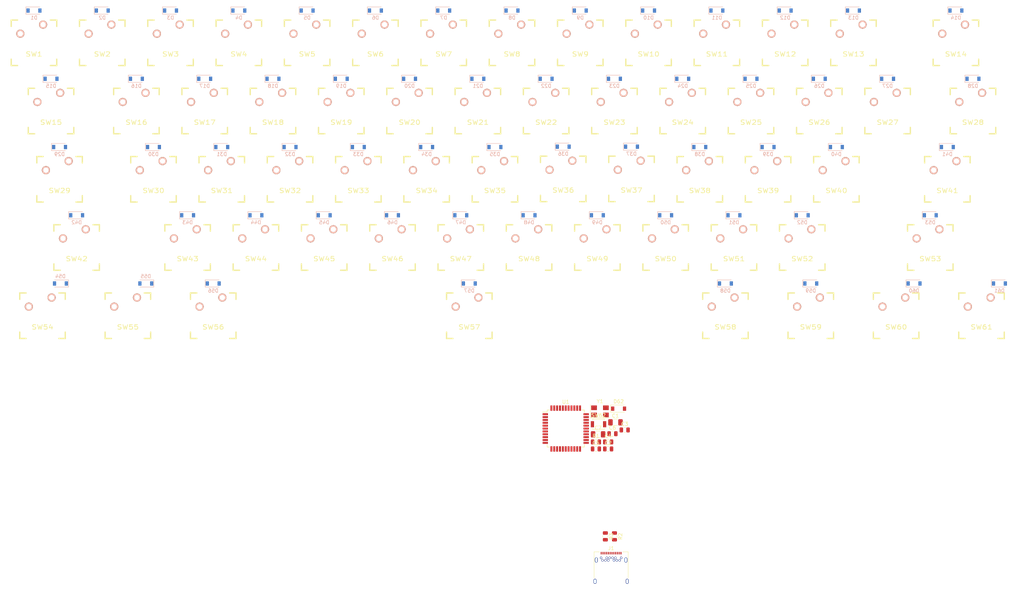
<source format=kicad_pcb>
(kicad_pcb (version 20171130) (host pcbnew 5.0.2-bee76a0~70~ubuntu18.04.1)
  (layers (0 F.Cu signal) (31 B.Cu signal) (34 B.Paste user) (35 F.Paste user) (36 B.SilkS user) (37 F.SilkS user) (38 B.Mask user) (39 F.Mask user) (44 Edge.Cuts user))
  (net 0 "")
  (net 1 "Net-(D1-Pad2)")
  (net 2 /matrix/COL_0)
  (net 3 /matrix/COL_8)
  (net 4 /matrix/COL_7)
  (net 5 /matrix/COL_6)
  (net 6 "Net-(D61-Pad2)")
  (net 7 "Net-(D60-Pad2)")
  (net 8 /matrix/COL_5)
  (net 9 /matrix/COL_4)
  (net 10 "Net-(D59-Pad2)")
  (net 11 "Net-(D58-Pad2)")
  (net 12 /matrix/COL_3)
  (net 13 /matrix/COL_2)
  (net 14 "Net-(D57-Pad2)")
  (net 15 "Net-(D56-Pad2)")
  (net 16 /matrix/COL_1)
  (net 17 "Net-(D55-Pad2)")
  (net 18 "Net-(D54-Pad2)")
  (net 19 "Net-(D53-Pad2)")
  (net 20 "Net-(D52-Pad2)")
  (net 21 "Net-(D51-Pad2)")
  (net 22 "Net-(D50-Pad2)")
  (net 23 "Net-(D49-Pad2)")
  (net 24 "Net-(D32-Pad2)")
  (net 25 "Net-(D47-Pad2)")
  (net 26 "Net-(D46-Pad2)")
  (net 27 "Net-(D45-Pad2)")
  (net 28 "Net-(D44-Pad2)")
  (net 29 "Net-(D43-Pad2)")
  (net 30 "Net-(D42-Pad2)")
  (net 31 "Net-(D41-Pad2)")
  (net 32 "Net-(D40-Pad2)")
  (net 33 "Net-(D39-Pad2)")
  (net 34 "Net-(D38-Pad2)")
  (net 35 "Net-(D37-Pad2)")
  (net 36 "Net-(D36-Pad2)")
  (net 37 "Net-(D35-Pad2)")
  (net 38 "Net-(D34-Pad2)")
  (net 39 "Net-(D17-Pad2)")
  (net 40 "Net-(D2-Pad2)")
  (net 41 "Net-(D48-Pad2)")
  (net 42 "Net-(D31-Pad2)")
  (net 43 "Net-(D30-Pad2)")
  (net 44 "Net-(D29-Pad2)")
  (net 45 "Net-(D28-Pad2)")
  (net 46 "Net-(D27-Pad2)")
  (net 47 "Net-(D26-Pad2)")
  (net 48 "Net-(D25-Pad2)")
  (net 49 "Net-(D24-Pad2)")
  (net 50 "Net-(D23-Pad2)")
  (net 51 "Net-(D22-Pad2)")
  (net 52 "Net-(D21-Pad2)")
  (net 53 "Net-(D20-Pad2)")
  (net 54 "Net-(D19-Pad2)")
  (net 55 "Net-(D18-Pad2)")
  (net 56 "Net-(D16-Pad2)")
  (net 57 "Net-(D33-Pad2)")
  (net 58 "Net-(D3-Pad2)")
  (net 59 "Net-(D4-Pad2)")
  (net 60 "Net-(D5-Pad2)")
  (net 61 "Net-(D6-Pad2)")
  (net 62 "Net-(D7-Pad2)")
  (net 63 "Net-(D8-Pad2)")
  (net 64 "Net-(D9-Pad2)")
  (net 65 "Net-(D10-Pad2)")
  (net 66 "Net-(D11-Pad2)")
  (net 67 "Net-(D12-Pad2)")
  (net 68 "Net-(D13-Pad2)")
  (net 69 "Net-(D14-Pad2)")
  (net 70 "Net-(D15-Pad2)")
  (net 71 /matrix/ROW_0)
  (net 72 /matrix/ROW_4)
  (net 73 /matrix/ROW_3)
  (net 74 /matrix/ROW_1)
  (net 75 /matrix/ROW_2)
  (net 76 /matrix/COL_12)
  (net 77 /matrix/COL_11)
  (net 78 /matrix/COL_10)
  (net 79 /matrix/COL_9)
  (net 80 /matrix/COL_13)
  (net 81 +5V)
  (net 82 "Net-(D62-Pad2)")
  (net 83 "Net-(U1-Pad1)")
  (net 84 GND)
  (net 85 "Net-(C7-Pad1)")
  (net 86 "Net-(U1-Pad8)")
  (net 87 "Net-(U1-Pad9)")
  (net 88 "Net-(U1-Pad10)")
  (net 89 "Net-(U1-Pad11)")
  (net 90 "Net-(U1-Pad12)")
  (net 91 "Net-(C5-Pad1)")
  (net 92 "Net-(C4-Pad1)")
  (net 93 "Net-(U1-Pad18)")
  (net 94 "Net-(U1-Pad19)")
  (net 95 "Net-(U1-Pad20)")
  (net 96 "Net-(U1-Pad21)")
  (net 97 "Net-(U1-Pad22)")
  (net 98 "Net-(U1-Pad25)")
  (net 99 "Net-(U1-Pad26)")
  (net 100 "Net-(U1-Pad27)")
  (net 101 "Net-(U1-Pad28)")
  (net 102 "Net-(U1-Pad29)")
  (net 103 "Net-(U1-Pad30)")
  (net 104 "Net-(U1-Pad31)")
  (net 105 "Net-(U1-Pad32)")
  (net 106 "Net-(U1-Pad33)")
  (net 107 "Net-(U1-Pad36)")
  (net 108 "Net-(U1-Pad37)")
  (net 109 "Net-(U1-Pad38)")
  (net 110 "Net-(U1-Pad39)")
  (net 111 "Net-(U1-Pad40)")
  (net 112 "Net-(U1-Pad41)")
  (net 113 "Net-(C6-Pad1)")
  (net 114 /mcu/D-)
  (net 115 "Net-(J1-PadA7)")
  (net 116 "Net-(J1-PadA6)")
  (net 117 /mcu/D+)
  (net 118 "Net-(J1-PadS1)")
  (net 119 "Net-(J1-PadA1)")
  (net 120 "Net-(J1-PadA4)")
  (net 121 "Net-(J1-PadA5)")
  (net 122 "Net-(J1-PadA8)")
  (net 123 "Net-(J1-PadB5)")
  (net 124 "Net-(J1-PadB8)")
  (module Connector_USB:USB_C_Receptacle_Amphenol_12401548E4-2A (layer F.Cu) (at 200.995001 187.505001)
    (fp_text reference J1 (at 0 -6.36) (layer F.SilkS))
    (fp_text value USB_C_Receptacle_USB2.0)
    (pad S1 thru_hole oval (at -4.13 -3.11) (size 0.8 1.4) (drill oval 0.5 1.1) (layers *.Cu *.Mask) (net 118 "Net-(J1-PadS1)"))
    (pad A1 smd rect (at -2.75 -5.02) (size 0.3 0.7) (layers F.Cu F.Paste F.Mask) (net 119 "Net-(J1-PadA1)"))
    (pad A2 smd rect (at -2.25 -5.02) (size 0.3 0.7) (layers F.Cu F.Paste F.Mask))
    (pad A3 smd rect (at -1.75 -5.02) (size 0.3 0.7) (layers F.Cu F.Paste F.Mask))
    (pad A4 smd rect (at -1.25 -5.02) (size 0.3 0.7) (layers F.Cu F.Paste F.Mask) (net 120 "Net-(J1-PadA4)"))
    (pad A5 smd rect (at -0.75 -5.02) (size 0.3 0.7) (layers F.Cu F.Paste F.Mask) (net 121 "Net-(J1-PadA5)"))
    (pad A6 smd rect (at -0.25 -5.02) (size 0.3 0.7) (layers F.Cu F.Paste F.Mask) (net 116 "Net-(J1-PadA6)"))
    (pad A7 smd rect (at 0.25 -5.02) (size 0.3 0.7) (layers F.Cu F.Paste F.Mask) (net 115 "Net-(J1-PadA7)"))
    (pad A12 smd rect (at 2.75 -5.02) (size 0.3 0.7) (layers F.Cu F.Paste F.Mask) (net 119 "Net-(J1-PadA1)"))
    (pad A10 smd rect (at 1.75 -5.02) (size 0.3 0.7) (layers F.Cu F.Paste F.Mask))
    (pad A9 smd rect (at 1.25 -5.02) (size 0.3 0.7) (layers F.Cu F.Paste F.Mask) (net 120 "Net-(J1-PadA4)"))
    (pad A8 smd rect (at 0.75 -5.02) (size 0.3 0.7) (layers F.Cu F.Paste F.Mask) (net 122 "Net-(J1-PadA8)"))
    (pad A11 smd rect (at 2.25 -5.02) (size 0.3 0.7) (layers F.Cu F.Paste F.Mask))
    (pad S1 thru_hole oval (at 4.13 -3.11) (size 0.8 1.4) (drill oval 0.5 1.1) (layers *.Cu *.Mask) (net 118 "Net-(J1-PadS1)"))
    (pad S1 thru_hole oval (at 4.49 2.84) (size 0.8 1.4) (drill oval 0.5 1.1) (layers *.Cu *.Mask) (net 118 "Net-(J1-PadS1)"))
    (pad S1 thru_hole oval (at -4.49 2.84) (size 0.8 1.4) (drill oval 0.5 1.1) (layers *.Cu *.Mask) (net 118 "Net-(J1-PadS1)"))
    (pad "" np_thru_hole oval (at 3.6 -4.36) (size 0.95 0.65) (drill oval 0.95 0.65) (layers *.Cu *.Mask))
    (pad "" np_thru_hole circle (at -3.6 -4.36) (size 0.65 0.65) (drill 0.65) (layers *.Cu *.Mask))
    (pad B1 thru_hole circle (at 2.8 -3.71) (size 0.65 0.65) (drill 0.4) (layers *.Cu *.Mask) (net 119 "Net-(J1-PadA1)"))
    (pad B4 thru_hole circle (at 1.2 -3.71) (size 0.65 0.65) (drill 0.4) (layers *.Cu *.Mask) (net 120 "Net-(J1-PadA4)"))
    (pad B6 thru_hole circle (at 0.4 -3.71) (size 0.65 0.65) (drill 0.4) (layers *.Cu *.Mask) (net 116 "Net-(J1-PadA6)"))
    (pad B7 thru_hole circle (at -0.4 -3.71) (size 0.65 0.65) (drill 0.4) (layers *.Cu *.Mask) (net 115 "Net-(J1-PadA7)"))
    (pad B9 thru_hole circle (at -1.2 -3.71) (size 0.65 0.65) (drill 0.4) (layers *.Cu *.Mask) (net 120 "Net-(J1-PadA4)"))
    (pad B12 thru_hole circle (at -2.8 -3.71) (size 0.65 0.65) (drill 0.4) (layers *.Cu *.Mask) (net 119 "Net-(J1-PadA1)"))
    (pad B2 thru_hole circle (at 2.4 -3.01) (size 0.65 0.65) (drill 0.4) (layers *.Cu *.Mask))
    (pad B3 thru_hole circle (at 1.6 -3.01) (size 0.65 0.65) (drill 0.4) (layers *.Cu *.Mask))
    (pad B5 thru_hole circle (at 0.8 -3.01) (size 0.65 0.65) (drill 0.4) (layers *.Cu *.Mask) (net 123 "Net-(J1-PadB5)"))
    (pad B8 thru_hole circle (at -0.8 -3.01) (size 0.65 0.65) (drill 0.4) (layers *.Cu *.Mask) (net 124 "Net-(J1-PadB8)"))
    (pad B10 thru_hole circle (at -1.6 -3.01) (size 0.65 0.65) (drill 0.4) (layers *.Cu *.Mask))
    (pad B11 thru_hole circle (at -2.4 -3.01) (size 0.65 0.65) (drill 0.4) (layers *.Cu *.Mask))
  )
  (module Resistor_SMD:R_0805_2012Metric (layer F.Cu) (at 199.39 177.8 270)
    (fp_text reference R3 (at 0 -1.65 270) (layer F.SilkS))
    (fp_text value 22R)
    (pad 2 smd roundrect (at 0.9375 0 270) (size 0.975 1.4) (layers F.Cu F.Paste F.Mask) (net 116 "Net-(J1-PadA6)"))
    (pad 1 smd roundrect (at -0.9375 0 270) (size 0.975 1.4) (layers F.Cu F.Paste F.Mask) (net 117 /mcu/D+))
  )
  (module Resistor_SMD:R_0805_2012Metric (layer F.Cu) (at 201.93 177.8 270)
    (fp_text reference R2 (at 0 -1.65 270) (layer F.SilkS))
    (fp_text value 22R)
    (pad 1 smd roundrect (at -0.9375 0 270) (size 0.975 1.4) (layers F.Cu F.Paste F.Mask) (net 114 /mcu/D-))
    (pad 2 smd roundrect (at 0.9375 0 270) (size 0.975 1.4) (layers F.Cu F.Paste F.Mask) (net 115 "Net-(J1-PadA7)"))
  )
  (module Button_Switch_SMD:SW_SPST_B3U-1000P (layer F.Cu) (at 197.485001 146.495001)
    (fp_text reference SW62 (at 0 -2.5) (layer F.SilkS))
    (fp_text value SW_Push)
    (pad 1 smd rect (at -1.7 0) (size 0.9 1.7) (layers F.Cu F.Paste F.Mask) (net 84 GND))
    (pad 2 smd rect (at 1.7 0) (size 0.9 1.7) (layers F.Cu F.Paste F.Mask) (net 82 "Net-(D62-Pad2)"))
  )
  (module Capacitor_SMD:C_0805_2012Metric (layer F.Cu) (at 200.175001 153.385001)
    (fp_text reference C2 (at 0 -1.65) (layer F.SilkS))
    (fp_text value 100n)
    (pad 1 smd roundrect (at -0.9375 0) (size 0.975 1.4) (layers F.Cu F.Paste F.Mask) (net 81 +5V))
    (pad 2 smd roundrect (at 0.9375 0) (size 0.975 1.4) (layers F.Cu F.Paste F.Mask) (net 84 GND))
  )
  (module Capacitor_SMD:C_0805_2012Metric (layer F.Cu) (at 204.785001 148.085001)
    (fp_text reference C3 (at 0 -1.65) (layer F.SilkS))
    (fp_text value 100n)
    (pad 2 smd roundrect (at 0.9375 0) (size 0.975 1.4) (layers F.Cu F.Paste F.Mask) (net 84 GND))
    (pad 1 smd roundrect (at -0.9375 0) (size 0.975 1.4) (layers F.Cu F.Paste F.Mask) (net 81 +5V))
  )
  (module Capacitor_SMD:C_0805_2012Metric (layer F.Cu) (at 200.175001 151.435001)
    (fp_text reference C4 (at 0 -1.65) (layer F.SilkS))
    (fp_text value 22pF)
    (pad 1 smd roundrect (at -0.9375 0) (size 0.975 1.4) (layers F.Cu F.Paste F.Mask) (net 92 "Net-(C4-Pad1)"))
    (pad 2 smd roundrect (at 0.9375 0) (size 0.975 1.4) (layers F.Cu F.Paste F.Mask) (net 84 GND))
  )
  (module Capacitor_SMD:C_0805_2012Metric (layer F.Cu) (at 196.765001 153.385001)
    (fp_text reference C5 (at 0 -1.65) (layer F.SilkS))
    (fp_text value 22pF)
    (pad 2 smd roundrect (at 0.9375 0) (size 0.975 1.4) (layers F.Cu F.Paste F.Mask) (net 84 GND))
    (pad 1 smd roundrect (at -0.9375 0) (size 0.975 1.4) (layers F.Cu F.Paste F.Mask) (net 91 "Net-(C5-Pad1)"))
  )
  (module Capacitor_SMD:C_0805_2012Metric (layer F.Cu) (at 201.375001 149.145001)
    (fp_text reference C6 (at 0 -1.65) (layer F.SilkS))
    (fp_text value 100n)
    (pad 1 smd roundrect (at -0.9375 0) (size 0.975 1.4) (layers F.Cu F.Paste F.Mask) (net 113 "Net-(C6-Pad1)"))
    (pad 2 smd roundrect (at 0.9375 0) (size 0.975 1.4) (layers F.Cu F.Paste F.Mask) (net 84 GND))
  )
  (module Capacitor_SMD:C_1206_3216Metric (layer F.Cu) (at 202.215001 145.965001)
    (fp_text reference C1 (at 0 -1.82) (layer F.SilkS))
    (fp_text value 1uF)
    (pad 2 smd roundrect (at 1.4 0) (size 1.25 1.75) (layers F.Cu F.Paste F.Mask) (roundrect_rratio 0.2) (net 84 GND))
    (pad 1 smd roundrect (at -1.4 0) (size 1.25 1.75) (layers F.Cu F.Paste F.Mask) (roundrect_rratio 0.2) (net 81 +5V))
  )
  (module Capacitor_SMD:C_1206_3216Metric (layer F.Cu) (at 197.365001 149.315001)
    (fp_text reference C7 (at 0 -1.82) (layer F.SilkS))
    (fp_text value 1uF)
    (pad 1 smd roundrect (at -1.4 0) (size 1.25 1.75) (layers F.Cu F.Paste F.Mask) (roundrect_rratio 0.2) (net 85 "Net-(C7-Pad1)"))
    (pad 2 smd roundrect (at 1.4 0) (size 1.25 1.75) (layers F.Cu F.Paste F.Mask) (roundrect_rratio 0.2) (net 84 GND))
  )
  (module Crystal:Crystal_SMD_5032-4Pin_5.0x3.2mm (layer F.Cu) (at 197.885001 142.895001)
    (fp_text reference Y1 (at 0 -2.8) (layer F.SilkS))
    (fp_text value 16MHz)
    (pad 1 smd rect (at -1.65 1) (size 1.6 1.3) (layers F.Cu F.Paste F.Mask) (net 92 "Net-(C4-Pad1)"))
    (pad 2 smd rect (at 1.65 1) (size 1.6 1.3) (layers F.Cu F.Paste F.Mask) (net 84 GND))
    (pad 3 smd rect (at 1.65 -1) (size 1.6 1.3) (layers F.Cu F.Paste F.Mask) (net 91 "Net-(C5-Pad1)"))
    (pad 4 smd rect (at -1.65 -1) (size 1.6 1.3) (layers F.Cu F.Paste F.Mask) (net 84 GND))
  )
  (module Diode_SMD:D_SOD-123 (layer F.Cu) (at 203.085001 142.145001)
    (fp_text reference D62 (at 0 -2) (layer F.SilkS))
    (fp_text value 1n4148)
    (pad 1 smd rect (at -1.65 0) (size 0.9 1.2) (layers F.Cu F.Paste F.Mask) (net 81 +5V))
    (pad 2 smd rect (at 1.65 0) (size 0.9 1.2) (layers F.Cu F.Paste F.Mask) (net 82 "Net-(D62-Pad2)"))
  )
  (module Package_QFP:TQFP-44_10x10mm_P0.8mm (layer F.Cu) (at 188.335001 147.695001)
    (fp_text reference U1 (at 0 -7.45) (layer F.SilkS))
    (fp_text value ATmega32U4-AU)
    (pad 1 smd rect (at -5.7 -4) (size 1.5 0.55) (layers F.Cu F.Paste F.Mask) (net 83 "Net-(U1-Pad1)"))
    (pad 2 smd rect (at -5.7 -3.2) (size 1.5 0.55) (layers F.Cu F.Paste F.Mask) (net 81 +5V))
    (pad 3 smd rect (at -5.7 -2.4) (size 1.5 0.55) (layers F.Cu F.Paste F.Mask) (net 114 /mcu/D-))
    (pad 4 smd rect (at -5.7 -1.6) (size 1.5 0.55) (layers F.Cu F.Paste F.Mask) (net 117 /mcu/D+))
    (pad 5 smd rect (at -5.7 -0.8) (size 1.5 0.55) (layers F.Cu F.Paste F.Mask) (net 84 GND))
    (pad 6 smd rect (at -5.7 0) (size 1.5 0.55) (layers F.Cu F.Paste F.Mask) (net 85 "Net-(C7-Pad1)"))
    (pad 7 smd rect (at -5.7 0.8) (size 1.5 0.55) (layers F.Cu F.Paste F.Mask) (net 81 +5V))
    (pad 8 smd rect (at -5.7 1.6) (size 1.5 0.55) (layers F.Cu F.Paste F.Mask) (net 86 "Net-(U1-Pad8)"))
    (pad 9 smd rect (at -5.7 2.4) (size 1.5 0.55) (layers F.Cu F.Paste F.Mask) (net 87 "Net-(U1-Pad9)"))
    (pad 10 smd rect (at -5.7 3.2) (size 1.5 0.55) (layers F.Cu F.Paste F.Mask) (net 88 "Net-(U1-Pad10)"))
    (pad 11 smd rect (at -5.7 4) (size 1.5 0.55) (layers F.Cu F.Paste F.Mask) (net 89 "Net-(U1-Pad11)"))
    (pad 12 smd rect (at -4 5.7 90) (size 1.5 0.55) (layers F.Cu F.Paste F.Mask) (net 90 "Net-(U1-Pad12)"))
    (pad 13 smd rect (at -3.2 5.7 90) (size 1.5 0.55) (layers F.Cu F.Paste F.Mask) (net 82 "Net-(D62-Pad2)"))
    (pad 14 smd rect (at -2.4 5.7 90) (size 1.5 0.55) (layers F.Cu F.Paste F.Mask) (net 81 +5V))
    (pad 15 smd rect (at -1.6 5.7 90) (size 1.5 0.55) (layers F.Cu F.Paste F.Mask) (net 84 GND))
    (pad 16 smd rect (at -0.8 5.7 90) (size 1.5 0.55) (layers F.Cu F.Paste F.Mask) (net 91 "Net-(C5-Pad1)"))
    (pad 17 smd rect (at 0 5.7 90) (size 1.5 0.55) (layers F.Cu F.Paste F.Mask) (net 92 "Net-(C4-Pad1)"))
    (pad 18 smd rect (at 0.8 5.7 90) (size 1.5 0.55) (layers F.Cu F.Paste F.Mask) (net 93 "Net-(U1-Pad18)"))
    (pad 19 smd rect (at 1.6 5.7 90) (size 1.5 0.55) (layers F.Cu F.Paste F.Mask) (net 94 "Net-(U1-Pad19)"))
    (pad 20 smd rect (at 2.4 5.7 90) (size 1.5 0.55) (layers F.Cu F.Paste F.Mask) (net 95 "Net-(U1-Pad20)"))
    (pad 21 smd rect (at 3.2 5.7 90) (size 1.5 0.55) (layers F.Cu F.Paste F.Mask) (net 96 "Net-(U1-Pad21)"))
    (pad 22 smd rect (at 4 5.7 90) (size 1.5 0.55) (layers F.Cu F.Paste F.Mask) (net 97 "Net-(U1-Pad22)"))
    (pad 23 smd rect (at 5.7 4) (size 1.5 0.55) (layers F.Cu F.Paste F.Mask) (net 84 GND))
    (pad 24 smd rect (at 5.7 3.2) (size 1.5 0.55) (layers F.Cu F.Paste F.Mask) (net 81 +5V))
    (pad 25 smd rect (at 5.7 2.4) (size 1.5 0.55) (layers F.Cu F.Paste F.Mask) (net 98 "Net-(U1-Pad25)"))
    (pad 26 smd rect (at 5.7 1.6) (size 1.5 0.55) (layers F.Cu F.Paste F.Mask) (net 99 "Net-(U1-Pad26)"))
    (pad 27 smd rect (at 5.7 0.8) (size 1.5 0.55) (layers F.Cu F.Paste F.Mask) (net 100 "Net-(U1-Pad27)"))
    (pad 28 smd rect (at 5.7 0) (size 1.5 0.55) (layers F.Cu F.Paste F.Mask) (net 101 "Net-(U1-Pad28)"))
    (pad 29 smd rect (at 5.7 -0.8) (size 1.5 0.55) (layers F.Cu F.Paste F.Mask) (net 102 "Net-(U1-Pad29)"))
    (pad 30 smd rect (at 5.7 -1.6) (size 1.5 0.55) (layers F.Cu F.Paste F.Mask) (net 103 "Net-(U1-Pad30)"))
    (pad 31 smd rect (at 5.7 -2.4) (size 1.5 0.55) (layers F.Cu F.Paste F.Mask) (net 104 "Net-(U1-Pad31)"))
    (pad 32 smd rect (at 5.7 -3.2) (size 1.5 0.55) (layers F.Cu F.Paste F.Mask) (net 105 "Net-(U1-Pad32)"))
    (pad 33 smd rect (at 5.7 -4) (size 1.5 0.55) (layers F.Cu F.Paste F.Mask) (net 106 "Net-(U1-Pad33)"))
    (pad 34 smd rect (at 4 -5.7 90) (size 1.5 0.55) (layers F.Cu F.Paste F.Mask) (net 81 +5V))
    (pad 35 smd rect (at 3.2 -5.7 90) (size 1.5 0.55) (layers F.Cu F.Paste F.Mask) (net 84 GND))
    (pad 36 smd rect (at 2.4 -5.7 90) (size 1.5 0.55) (layers F.Cu F.Paste F.Mask) (net 107 "Net-(U1-Pad36)"))
    (pad 37 smd rect (at 1.6 -5.7 90) (size 1.5 0.55) (layers F.Cu F.Paste F.Mask) (net 108 "Net-(U1-Pad37)"))
    (pad 38 smd rect (at 0.8 -5.7 90) (size 1.5 0.55) (layers F.Cu F.Paste F.Mask) (net 109 "Net-(U1-Pad38)"))
    (pad 39 smd rect (at 0 -5.7 90) (size 1.5 0.55) (layers F.Cu F.Paste F.Mask) (net 110 "Net-(U1-Pad39)"))
    (pad 40 smd rect (at -0.8 -5.7 90) (size 1.5 0.55) (layers F.Cu F.Paste F.Mask) (net 111 "Net-(U1-Pad40)"))
    (pad 41 smd rect (at -1.6 -5.7 90) (size 1.5 0.55) (layers F.Cu F.Paste F.Mask) (net 112 "Net-(U1-Pad41)"))
    (pad 42 smd rect (at -2.4 -5.7 90) (size 1.5 0.55) (layers F.Cu F.Paste F.Mask) (net 113 "Net-(C6-Pad1)"))
    (pad 43 smd rect (at -3.2 -5.7 90) (size 1.5 0.55) (layers F.Cu F.Paste F.Mask) (net 84 GND))
    (pad 44 smd rect (at -4 -5.7 90) (size 1.5 0.55) (layers F.Cu F.Paste F.Mask) (net 81 +5V))
  )
  (module Resistor_SMD:R_0805_2012Metric (layer F.Cu) (at 196.765001 151.435001)
    (fp_text reference R1 (at 0 -1.65) (layer F.SilkS))
    (fp_text value 10k)
    (pad 1 smd roundrect (at -0.9375 0) (size 0.975 1.4) (layers F.Cu F.Paste F.Mask) (net 81 +5V))
    (pad 2 smd roundrect (at 0.9375 0) (size 0.975 1.4) (layers F.Cu F.Paste F.Mask) (net 82 "Net-(D62-Pad2)"))
  )
  (module Diode_SMD:D_SOD-123 (layer B.Cu) (at 78.1 31)
    (fp_text reference D3 (at 0 2) (layer B.SilkS) (effects (justify mirror)))
    (fp_text value D_ALT)
    (pad 2 smd rect (at 1.65 0) (size 0.9 1.2) (layers B.Cu B.Paste B.Mask) (net 58 "Net-(D3-Pad2)"))
    (pad 1 smd rect (at -1.65 0) (size 0.9 1.2) (layers B.Cu B.Paste B.Mask) (net 71 /matrix/ROW_0))
  )
  (module Diode_SMD:D_SOD-123 (layer B.Cu) (at 97.15 31)
    (fp_text reference D4 (at 0 2) (layer B.SilkS) (effects (justify mirror)))
    (fp_text value D_ALT)
    (pad 1 smd rect (at -1.65 0) (size 0.9 1.2) (layers B.Cu B.Paste B.Mask) (net 71 /matrix/ROW_0))
    (pad 2 smd rect (at 1.65 0) (size 0.9 1.2) (layers B.Cu B.Paste B.Mask) (net 59 "Net-(D4-Pad2)"))
  )
  (module Diode_SMD:D_SOD-123 (layer B.Cu) (at 116.2 31)
    (fp_text reference D5 (at 0 2) (layer B.SilkS) (effects (justify mirror)))
    (fp_text value D_ALT)
    (pad 2 smd rect (at 1.65 0) (size 0.9 1.2) (layers B.Cu B.Paste B.Mask) (net 60 "Net-(D5-Pad2)"))
    (pad 1 smd rect (at -1.65 0) (size 0.9 1.2) (layers B.Cu B.Paste B.Mask) (net 71 /matrix/ROW_0))
  )
  (module Diode_SMD:D_SOD-123 (layer B.Cu) (at 135.25 31)
    (fp_text reference D6 (at 0 2) (layer B.SilkS) (effects (justify mirror)))
    (fp_text value D_ALT)
    (pad 1 smd rect (at -1.65 0) (size 0.9 1.2) (layers B.Cu B.Paste B.Mask) (net 71 /matrix/ROW_0))
    (pad 2 smd rect (at 1.65 0) (size 0.9 1.2) (layers B.Cu B.Paste B.Mask) (net 61 "Net-(D6-Pad2)"))
  )
  (module Diode_SMD:D_SOD-123 (layer B.Cu) (at 154.3 31)
    (fp_text reference D7 (at 0 2) (layer B.SilkS) (effects (justify mirror)))
    (fp_text value D_ALT)
    (pad 2 smd rect (at 1.65 0) (size 0.9 1.2) (layers B.Cu B.Paste B.Mask) (net 62 "Net-(D7-Pad2)"))
    (pad 1 smd rect (at -1.65 0) (size 0.9 1.2) (layers B.Cu B.Paste B.Mask) (net 71 /matrix/ROW_0))
  )
  (module Diode_SMD:D_SOD-123 (layer B.Cu) (at 173.35 31)
    (fp_text reference D8 (at 0 2) (layer B.SilkS) (effects (justify mirror)))
    (fp_text value D_ALT)
    (pad 1 smd rect (at -1.65 0) (size 0.9 1.2) (layers B.Cu B.Paste B.Mask) (net 71 /matrix/ROW_0))
    (pad 2 smd rect (at 1.65 0) (size 0.9 1.2) (layers B.Cu B.Paste B.Mask) (net 63 "Net-(D8-Pad2)"))
  )
  (module Diode_SMD:D_SOD-123 (layer B.Cu) (at 192.4 31)
    (fp_text reference D9 (at 0 2) (layer B.SilkS) (effects (justify mirror)))
    (fp_text value D_ALT)
    (pad 2 smd rect (at 1.65 0) (size 0.9 1.2) (layers B.Cu B.Paste B.Mask) (net 64 "Net-(D9-Pad2)"))
    (pad 1 smd rect (at -1.65 0) (size 0.9 1.2) (layers B.Cu B.Paste B.Mask) (net 71 /matrix/ROW_0))
  )
  (module Diode_SMD:D_SOD-123 (layer B.Cu) (at 211.45 31)
    (fp_text reference D10 (at 0 2) (layer B.SilkS) (effects (justify mirror)))
    (fp_text value D_ALT)
    (pad 1 smd rect (at -1.65 0) (size 0.9 1.2) (layers B.Cu B.Paste B.Mask) (net 71 /matrix/ROW_0))
    (pad 2 smd rect (at 1.65 0) (size 0.9 1.2) (layers B.Cu B.Paste B.Mask) (net 65 "Net-(D10-Pad2)"))
  )
  (module Diode_SMD:D_SOD-123 (layer B.Cu) (at 230.5 31)
    (fp_text reference D11 (at 0 2) (layer B.SilkS) (effects (justify mirror)))
    (fp_text value D_ALT)
    (pad 2 smd rect (at 1.65 0) (size 0.9 1.2) (layers B.Cu B.Paste B.Mask) (net 66 "Net-(D11-Pad2)"))
    (pad 1 smd rect (at -1.65 0) (size 0.9 1.2) (layers B.Cu B.Paste B.Mask) (net 71 /matrix/ROW_0))
  )
  (module Diode_SMD:D_SOD-123 (layer B.Cu) (at 249.55 31)
    (fp_text reference D12 (at 0 2) (layer B.SilkS) (effects (justify mirror)))
    (fp_text value D_ALT)
    (pad 1 smd rect (at -1.65 0) (size 0.9 1.2) (layers B.Cu B.Paste B.Mask) (net 71 /matrix/ROW_0))
    (pad 2 smd rect (at 1.65 0) (size 0.9 1.2) (layers B.Cu B.Paste B.Mask) (net 67 "Net-(D12-Pad2)"))
  )
  (module Diode_SMD:D_SOD-123 (layer B.Cu) (at 268.6 31)
    (fp_text reference D13 (at 0 2) (layer B.SilkS) (effects (justify mirror)))
    (fp_text value D_ALT)
    (pad 2 smd rect (at 1.65 0) (size 0.9 1.2) (layers B.Cu B.Paste B.Mask) (net 68 "Net-(D13-Pad2)"))
    (pad 1 smd rect (at -1.65 0) (size 0.9 1.2) (layers B.Cu B.Paste B.Mask) (net 71 /matrix/ROW_0))
  )
  (module Diode_SMD:D_SOD-123 (layer B.Cu) (at 297.175 31)
    (fp_text reference D14 (at 0 2) (layer B.SilkS) (effects (justify mirror)))
    (fp_text value D_ALT)
    (pad 1 smd rect (at -1.65 0) (size 0.9 1.2) (layers B.Cu B.Paste B.Mask) (net 71 /matrix/ROW_0))
    (pad 2 smd rect (at 1.65 0) (size 0.9 1.2) (layers B.Cu B.Paste B.Mask) (net 69 "Net-(D14-Pad2)"))
  )
  (module Diode_SMD:D_SOD-123 (layer B.Cu) (at 44.7625 50.05)
    (fp_text reference D15 (at 0 2) (layer B.SilkS) (effects (justify mirror)))
    (fp_text value D_ALT)
    (pad 2 smd rect (at 1.65 0) (size 0.9 1.2) (layers B.Cu B.Paste B.Mask) (net 70 "Net-(D15-Pad2)"))
    (pad 1 smd rect (at -1.65 0) (size 0.9 1.2) (layers B.Cu B.Paste B.Mask) (net 74 /matrix/ROW_1))
  )
  (module Diode_SMD:D_SOD-123 (layer B.Cu) (at 111.4375 69.1)
    (fp_text reference D32 (at 0 2) (layer B.SilkS) (effects (justify mirror)))
    (fp_text value D_ALT)
    (pad 1 smd rect (at -1.65 0) (size 0.9 1.2) (layers B.Cu B.Paste B.Mask) (net 75 /matrix/ROW_2))
    (pad 2 smd rect (at 1.65 0) (size 0.9 1.2) (layers B.Cu B.Paste B.Mask) (net 24 "Net-(D32-Pad2)"))
  )
  (module Diode_SMD:D_SOD-123 (layer B.Cu) (at 59.05 31)
    (fp_text reference D2 (at 0 2) (layer B.SilkS) (effects (justify mirror)))
    (fp_text value D_ALT)
    (pad 2 smd rect (at 1.65 0) (size 0.9 1.2) (layers B.Cu B.Paste B.Mask) (net 40 "Net-(D2-Pad2)"))
    (pad 1 smd rect (at -1.65 0) (size 0.9 1.2) (layers B.Cu B.Paste B.Mask) (net 71 /matrix/ROW_0))
  )
  (module Diode_SMD:D_SOD-123 (layer B.Cu) (at 106.675 50.05)
    (fp_text reference D18 (at 0 2) (layer B.SilkS) (effects (justify mirror)))
    (fp_text value D_ALT)
    (pad 1 smd rect (at -1.65 0) (size 0.9 1.2) (layers B.Cu B.Paste B.Mask) (net 74 /matrix/ROW_1))
    (pad 2 smd rect (at 1.65 0) (size 0.9 1.2) (layers B.Cu B.Paste B.Mask) (net 55 "Net-(D18-Pad2)"))
  )
  (module Diode_SMD:D_SOD-123 (layer B.Cu) (at 125.725 50.05)
    (fp_text reference D19 (at 0 2) (layer B.SilkS) (effects (justify mirror)))
    (fp_text value D_ALT)
    (pad 2 smd rect (at 1.65 0) (size 0.9 1.2) (layers B.Cu B.Paste B.Mask) (net 54 "Net-(D19-Pad2)"))
    (pad 1 smd rect (at -1.65 0) (size 0.9 1.2) (layers B.Cu B.Paste B.Mask) (net 74 /matrix/ROW_1))
  )
  (module Diode_SMD:D_SOD-123 (layer B.Cu) (at 144.775 50.05)
    (fp_text reference D20 (at 0 2) (layer B.SilkS) (effects (justify mirror)))
    (fp_text value D_ALT)
    (pad 1 smd rect (at -1.65 0) (size 0.9 1.2) (layers B.Cu B.Paste B.Mask) (net 74 /matrix/ROW_1))
    (pad 2 smd rect (at 1.65 0) (size 0.9 1.2) (layers B.Cu B.Paste B.Mask) (net 53 "Net-(D20-Pad2)"))
  )
  (module Diode_SMD:D_SOD-123 (layer B.Cu) (at 163.825 50.05)
    (fp_text reference D21 (at 0 2) (layer B.SilkS) (effects (justify mirror)))
    (fp_text value D_ALT)
    (pad 2 smd rect (at 1.65 0) (size 0.9 1.2) (layers B.Cu B.Paste B.Mask) (net 52 "Net-(D21-Pad2)"))
    (pad 1 smd rect (at -1.65 0) (size 0.9 1.2) (layers B.Cu B.Paste B.Mask) (net 74 /matrix/ROW_1))
  )
  (module Diode_SMD:D_SOD-123 (layer B.Cu) (at 182.875 50.05)
    (fp_text reference D22 (at 0 2) (layer B.SilkS) (effects (justify mirror)))
    (fp_text value D_ALT)
    (pad 1 smd rect (at -1.65 0) (size 0.9 1.2) (layers B.Cu B.Paste B.Mask) (net 74 /matrix/ROW_1))
    (pad 2 smd rect (at 1.65 0) (size 0.9 1.2) (layers B.Cu B.Paste B.Mask) (net 51 "Net-(D22-Pad2)"))
  )
  (module Diode_SMD:D_SOD-123 (layer B.Cu) (at 201.925 50.05)
    (fp_text reference D23 (at 0 2) (layer B.SilkS) (effects (justify mirror)))
    (fp_text value D_ALT)
    (pad 2 smd rect (at 1.65 0) (size 0.9 1.2) (layers B.Cu B.Paste B.Mask) (net 50 "Net-(D23-Pad2)"))
    (pad 1 smd rect (at -1.65 0) (size 0.9 1.2) (layers B.Cu B.Paste B.Mask) (net 74 /matrix/ROW_1))
  )
  (module Diode_SMD:D_SOD-123 (layer B.Cu) (at 220.975 50.05)
    (fp_text reference D24 (at 0 2) (layer B.SilkS) (effects (justify mirror)))
    (fp_text value D_ALT)
    (pad 1 smd rect (at -1.65 0) (size 0.9 1.2) (layers B.Cu B.Paste B.Mask) (net 74 /matrix/ROW_1))
    (pad 2 smd rect (at 1.65 0) (size 0.9 1.2) (layers B.Cu B.Paste B.Mask) (net 49 "Net-(D24-Pad2)"))
  )
  (module Diode_SMD:D_SOD-123 (layer B.Cu) (at 240.025 50.05)
    (fp_text reference D25 (at 0 2) (layer B.SilkS) (effects (justify mirror)))
    (fp_text value D_ALT)
    (pad 2 smd rect (at 1.65 0) (size 0.9 1.2) (layers B.Cu B.Paste B.Mask) (net 48 "Net-(D25-Pad2)"))
    (pad 1 smd rect (at -1.65 0) (size 0.9 1.2) (layers B.Cu B.Paste B.Mask) (net 74 /matrix/ROW_1))
  )
  (module Diode_SMD:D_SOD-123 (layer B.Cu) (at 259.075 50.05)
    (fp_text reference D26 (at 0 2) (layer B.SilkS) (effects (justify mirror)))
    (fp_text value D_ALT)
    (pad 1 smd rect (at -1.65 0) (size 0.9 1.2) (layers B.Cu B.Paste B.Mask) (net 74 /matrix/ROW_1))
    (pad 2 smd rect (at 1.65 0) (size 0.9 1.2) (layers B.Cu B.Paste B.Mask) (net 47 "Net-(D26-Pad2)"))
  )
  (module Diode_SMD:D_SOD-123 (layer B.Cu) (at 278.125 50.05)
    (fp_text reference D27 (at 0 2) (layer B.SilkS) (effects (justify mirror)))
    (fp_text value D_ALT)
    (pad 2 smd rect (at 1.65 0) (size 0.9 1.2) (layers B.Cu B.Paste B.Mask) (net 46 "Net-(D27-Pad2)"))
    (pad 1 smd rect (at -1.65 0) (size 0.9 1.2) (layers B.Cu B.Paste B.Mask) (net 74 /matrix/ROW_1))
  )
  (module Diode_SMD:D_SOD-123 (layer B.Cu) (at 301.9375 50.05)
    (fp_text reference D28 (at 0 2) (layer B.SilkS) (effects (justify mirror)))
    (fp_text value D_ALT)
    (pad 1 smd rect (at -1.65 0) (size 0.9 1.2) (layers B.Cu B.Paste B.Mask) (net 74 /matrix/ROW_1))
    (pad 2 smd rect (at 1.65 0) (size 0.9 1.2) (layers B.Cu B.Paste B.Mask) (net 45 "Net-(D28-Pad2)"))
  )
  (module Diode_SMD:D_SOD-123 (layer B.Cu) (at 47.14375 69.1)
    (fp_text reference D29 (at 0 2) (layer B.SilkS) (effects (justify mirror)))
    (fp_text value D_ALT)
    (pad 2 smd rect (at 1.65 0) (size 0.9 1.2) (layers B.Cu B.Paste B.Mask) (net 44 "Net-(D29-Pad2)"))
    (pad 1 smd rect (at -1.65 0) (size 0.9 1.2) (layers B.Cu B.Paste B.Mask) (net 75 /matrix/ROW_2))
  )
  (module Diode_SMD:D_SOD-123 (layer B.Cu) (at 73.3375 69.1)
    (fp_text reference D30 (at 0 2) (layer B.SilkS) (effects (justify mirror)))
    (fp_text value D_ALT)
    (pad 1 smd rect (at -1.65 0) (size 0.9 1.2) (layers B.Cu B.Paste B.Mask) (net 75 /matrix/ROW_2))
    (pad 2 smd rect (at 1.65 0) (size 0.9 1.2) (layers B.Cu B.Paste B.Mask) (net 43 "Net-(D30-Pad2)"))
  )
  (module Diode_SMD:D_SOD-123 (layer B.Cu) (at 92.3875 69.1)
    (fp_text reference D31 (at 0 2) (layer B.SilkS) (effects (justify mirror)))
    (fp_text value D_ALT)
    (pad 2 smd rect (at 1.65 0) (size 0.9 1.2) (layers B.Cu B.Paste B.Mask) (net 42 "Net-(D31-Pad2)"))
    (pad 1 smd rect (at -1.65 0) (size 0.9 1.2) (layers B.Cu B.Paste B.Mask) (net 75 /matrix/ROW_2))
  )
  (module Diode_SMD:D_SOD-123 (layer B.Cu) (at 68.575 50.05)
    (fp_text reference D16 (at 0 2) (layer B.SilkS) (effects (justify mirror)))
    (fp_text value D_ALT)
    (pad 1 smd rect (at -1.65 0) (size 0.9 1.2) (layers B.Cu B.Paste B.Mask) (net 74 /matrix/ROW_1))
    (pad 2 smd rect (at 1.65 0) (size 0.9 1.2) (layers B.Cu B.Paste B.Mask) (net 56 "Net-(D16-Pad2)"))
  )
  (module Diode_SMD:D_SOD-123 (layer B.Cu) (at 87.625 50.05)
    (fp_text reference D17 (at 0 2) (layer B.SilkS) (effects (justify mirror)))
    (fp_text value D_ALT)
    (pad 2 smd rect (at 1.65 0) (size 0.9 1.2) (layers B.Cu B.Paste B.Mask) (net 39 "Net-(D17-Pad2)"))
    (pad 1 smd rect (at -1.65 0) (size 0.9 1.2) (layers B.Cu B.Paste B.Mask) (net 74 /matrix/ROW_1))
  )
  (module Diode_SMD:D_SOD-123 (layer B.Cu) (at 130.4875 69.1)
    (fp_text reference D33 (at 0 2) (layer B.SilkS) (effects (justify mirror)))
    (fp_text value D_ALT)
    (pad 1 smd rect (at -1.65 0) (size 0.9 1.2) (layers B.Cu B.Paste B.Mask) (net 75 /matrix/ROW_2))
    (pad 2 smd rect (at 1.65 0) (size 0.9 1.2) (layers B.Cu B.Paste B.Mask) (net 57 "Net-(D33-Pad2)"))
  )
  (module Diode_SMD:D_SOD-123 (layer B.Cu) (at 149.5375 69.1)
    (fp_text reference D34 (at 0 2) (layer B.SilkS) (effects (justify mirror)))
    (fp_text value D_ALT)
    (pad 2 smd rect (at 1.65 0) (size 0.9 1.2) (layers B.Cu B.Paste B.Mask) (net 38 "Net-(D34-Pad2)"))
    (pad 1 smd rect (at -1.65 0) (size 0.9 1.2) (layers B.Cu B.Paste B.Mask) (net 75 /matrix/ROW_2))
  )
  (module Diode_SMD:D_SOD-123 (layer B.Cu) (at 168.5875 69.1)
    (fp_text reference D35 (at 0 2) (layer B.SilkS) (effects (justify mirror)))
    (fp_text value D_ALT)
    (pad 1 smd rect (at -1.65 0) (size 0.9 1.2) (layers B.Cu B.Paste B.Mask) (net 75 /matrix/ROW_2))
    (pad 2 smd rect (at 1.65 0) (size 0.9 1.2) (layers B.Cu B.Paste B.Mask) (net 37 "Net-(D35-Pad2)"))
  )
  (module Diode_SMD:D_SOD-123 (layer B.Cu) (at 187.6375 69)
    (fp_text reference D36 (at 0 2) (layer B.SilkS) (effects (justify mirror)))
    (fp_text value D_ALT)
    (pad 2 smd rect (at 1.65 0) (size 0.9 1.2) (layers B.Cu B.Paste B.Mask) (net 36 "Net-(D36-Pad2)"))
    (pad 1 smd rect (at -1.65 0) (size 0.9 1.2) (layers B.Cu B.Paste B.Mask) (net 75 /matrix/ROW_2))
  )
  (module Diode_SMD:D_SOD-123 (layer B.Cu) (at 206.6875 69)
    (fp_text reference D37 (at 0 2) (layer B.SilkS) (effects (justify mirror)))
    (fp_text value D_ALT)
    (pad 1 smd rect (at -1.65 0) (size 0.9 1.2) (layers B.Cu B.Paste B.Mask) (net 75 /matrix/ROW_2))
    (pad 2 smd rect (at 1.65 0) (size 0.9 1.2) (layers B.Cu B.Paste B.Mask) (net 35 "Net-(D37-Pad2)"))
  )
  (module Diode_SMD:D_SOD-123 (layer B.Cu) (at 225.7375 69.1)
    (fp_text reference D38 (at 0 2) (layer B.SilkS) (effects (justify mirror)))
    (fp_text value D_ALT)
    (pad 2 smd rect (at 1.65 0) (size 0.9 1.2) (layers B.Cu B.Paste B.Mask) (net 34 "Net-(D38-Pad2)"))
    (pad 1 smd rect (at -1.65 0) (size 0.9 1.2) (layers B.Cu B.Paste B.Mask) (net 75 /matrix/ROW_2))
  )
  (module Diode_SMD:D_SOD-123 (layer B.Cu) (at 244.7875 69.1)
    (fp_text reference D39 (at 0 2) (layer B.SilkS) (effects (justify mirror)))
    (fp_text value D_ALT)
    (pad 1 smd rect (at -1.65 0) (size 0.9 1.2) (layers B.Cu B.Paste B.Mask) (net 75 /matrix/ROW_2))
    (pad 2 smd rect (at 1.65 0) (size 0.9 1.2) (layers B.Cu B.Paste B.Mask) (net 33 "Net-(D39-Pad2)"))
  )
  (module Diode_SMD:D_SOD-123 (layer B.Cu) (at 263.8375 69.1)
    (fp_text reference D40 (at 0 2) (layer B.SilkS) (effects (justify mirror)))
    (fp_text value D_ALT)
    (pad 2 smd rect (at 1.65 0) (size 0.9 1.2) (layers B.Cu B.Paste B.Mask) (net 32 "Net-(D40-Pad2)"))
    (pad 1 smd rect (at -1.65 0) (size 0.9 1.2) (layers B.Cu B.Paste B.Mask) (net 75 /matrix/ROW_2))
  )
  (module Diode_SMD:D_SOD-123 (layer B.Cu) (at 294.79375 69.1)
    (fp_text reference D41 (at 0 2) (layer B.SilkS) (effects (justify mirror)))
    (fp_text value D_ALT)
    (pad 1 smd rect (at -1.65 0) (size 0.9 1.2) (layers B.Cu B.Paste B.Mask) (net 75 /matrix/ROW_2))
    (pad 2 smd rect (at 1.65 0) (size 0.9 1.2) (layers B.Cu B.Paste B.Mask) (net 31 "Net-(D41-Pad2)"))
  )
  (module Diode_SMD:D_SOD-123 (layer B.Cu) (at 51.90625 88.15)
    (fp_text reference D42 (at 0 2) (layer B.SilkS) (effects (justify mirror)))
    (fp_text value D_ALT)
    (pad 2 smd rect (at 1.65 0) (size 0.9 1.2) (layers B.Cu B.Paste B.Mask) (net 30 "Net-(D42-Pad2)"))
    (pad 1 smd rect (at -1.65 0) (size 0.9 1.2) (layers B.Cu B.Paste B.Mask) (net 73 /matrix/ROW_3))
  )
  (module Diode_SMD:D_SOD-123 (layer B.Cu) (at 101.9125 88.15)
    (fp_text reference D44 (at 0 2) (layer B.SilkS) (effects (justify mirror)))
    (fp_text value D_ALT)
    (pad 1 smd rect (at -1.65 0) (size 0.9 1.2) (layers B.Cu B.Paste B.Mask) (net 73 /matrix/ROW_3))
    (pad 2 smd rect (at 1.65 0) (size 0.9 1.2) (layers B.Cu B.Paste B.Mask) (net 28 "Net-(D44-Pad2)"))
  )
  (module Diode_SMD:D_SOD-123 (layer B.Cu) (at 120.9625 88.15)
    (fp_text reference D45 (at 0 2) (layer B.SilkS) (effects (justify mirror)))
    (fp_text value D_ALT)
    (pad 2 smd rect (at 1.65 0) (size 0.9 1.2) (layers B.Cu B.Paste B.Mask) (net 27 "Net-(D45-Pad2)"))
    (pad 1 smd rect (at -1.65 0) (size 0.9 1.2) (layers B.Cu B.Paste B.Mask) (net 73 /matrix/ROW_3))
  )
  (module Diode_SMD:D_SOD-123 (layer B.Cu) (at 140.0125 88.15)
    (fp_text reference D46 (at 0 2) (layer B.SilkS) (effects (justify mirror)))
    (fp_text value D_ALT)
    (pad 1 smd rect (at -1.65 0) (size 0.9 1.2) (layers B.Cu B.Paste B.Mask) (net 73 /matrix/ROW_3))
    (pad 2 smd rect (at 1.65 0) (size 0.9 1.2) (layers B.Cu B.Paste B.Mask) (net 26 "Net-(D46-Pad2)"))
  )
  (module Diode_SMD:D_SOD-123 (layer B.Cu) (at 40 31)
    (fp_text reference D1 (at 0 2) (layer B.SilkS) (effects (justify mirror)))
    (fp_text value D_ALT)
    (pad 2 smd rect (at 1.65 0) (size 0.9 1.2) (layers B.Cu B.Paste B.Mask) (net 1 "Net-(D1-Pad2)"))
    (pad 1 smd rect (at -1.65 0) (size 0.9 1.2) (layers B.Cu B.Paste B.Mask) (net 71 /matrix/ROW_0))
  )
  (module Diode_SMD:D_SOD-123 (layer B.Cu) (at 159.0625 88.15)
    (fp_text reference D47 (at 0 2) (layer B.SilkS) (effects (justify mirror)))
    (fp_text value D_ALT)
    (pad 1 smd rect (at -1.65 0) (size 0.9 1.2) (layers B.Cu B.Paste B.Mask) (net 73 /matrix/ROW_3))
    (pad 2 smd rect (at 1.65 0) (size 0.9 1.2) (layers B.Cu B.Paste B.Mask) (net 25 "Net-(D47-Pad2)"))
  )
  (module Diode_SMD:D_SOD-123 (layer B.Cu) (at 309.31875 107.2)
    (fp_text reference D61 (at 0 2) (layer B.SilkS) (effects (justify mirror)))
    (fp_text value D_ALT)
    (pad 2 smd rect (at 1.65 0) (size 0.9 1.2) (layers B.Cu B.Paste B.Mask) (net 6 "Net-(D61-Pad2)"))
    (pad 1 smd rect (at -1.65 0) (size 0.9 1.2) (layers B.Cu B.Paste B.Mask) (net 72 /matrix/ROW_4))
  )
  (module Diode_SMD:D_SOD-123 (layer B.Cu) (at 285.50625 107.2)
    (fp_text reference D60 (at 0 2) (layer B.SilkS) (effects (justify mirror)))
    (fp_text value D_ALT)
    (pad 1 smd rect (at -1.65 0) (size 0.9 1.2) (layers B.Cu B.Paste B.Mask) (net 72 /matrix/ROW_4))
    (pad 2 smd rect (at 1.65 0) (size 0.9 1.2) (layers B.Cu B.Paste B.Mask) (net 7 "Net-(D60-Pad2)"))
  )
  (module Diode_SMD:D_SOD-123 (layer B.Cu) (at 256.69375 107.2)
    (fp_text reference D59 (at 0 2) (layer B.SilkS) (effects (justify mirror)))
    (fp_text value D_ALT)
    (pad 2 smd rect (at 1.65 0) (size 0.9 1.2) (layers B.Cu B.Paste B.Mask) (net 10 "Net-(D59-Pad2)"))
    (pad 1 smd rect (at -1.65 0) (size 0.9 1.2) (layers B.Cu B.Paste B.Mask) (net 72 /matrix/ROW_4))
  )
  (module Diode_SMD:D_SOD-123 (layer B.Cu) (at 232.88125 107.2)
    (fp_text reference D58 (at 0 2) (layer B.SilkS) (effects (justify mirror)))
    (fp_text value D_ALT)
    (pad 1 smd rect (at -1.65 0) (size 0.9 1.2) (layers B.Cu B.Paste B.Mask) (net 72 /matrix/ROW_4))
    (pad 2 smd rect (at 1.65 0) (size 0.9 1.2) (layers B.Cu B.Paste B.Mask) (net 11 "Net-(D58-Pad2)"))
  )
  (module Diode_SMD:D_SOD-123 (layer B.Cu) (at 161.44375 107.2)
    (fp_text reference D57 (at 0 2) (layer B.SilkS) (effects (justify mirror)))
    (fp_text value D_ALT)
    (pad 2 smd rect (at 1.65 0) (size 0.9 1.2) (layers B.Cu B.Paste B.Mask) (net 14 "Net-(D57-Pad2)"))
    (pad 1 smd rect (at -1.65 0) (size 0.9 1.2) (layers B.Cu B.Paste B.Mask) (net 72 /matrix/ROW_4))
  )
  (module Diode_SMD:D_SOD-123 (layer B.Cu) (at 90.00625 107.2)
    (fp_text reference D56 (at 0 2) (layer B.SilkS) (effects (justify mirror)))
    (fp_text value D_ALT)
    (pad 1 smd rect (at -1.65 0) (size 0.9 1.2) (layers B.Cu B.Paste B.Mask) (net 72 /matrix/ROW_4))
    (pad 2 smd rect (at 1.65 0) (size 0.9 1.2) (layers B.Cu B.Paste B.Mask) (net 15 "Net-(D56-Pad2)"))
  )
  (module Diode_SMD:D_SOD-123 (layer B.Cu) (at 71.19375 107.2 180)
    (fp_text reference D55 (at 0 2 180) (layer B.SilkS) (effects (justify mirror)))
    (fp_text value D_ALT)
    (pad 2 smd rect (at 1.65 0 180) (size 0.9 1.2) (layers B.Cu B.Paste B.Mask) (net 17 "Net-(D55-Pad2)"))
    (pad 1 smd rect (at -1.65 0 180) (size 0.9 1.2) (layers B.Cu B.Paste B.Mask) (net 72 /matrix/ROW_4))
  )
  (module Diode_SMD:D_SOD-123 (layer B.Cu) (at 47.38125 107.2 180)
    (fp_text reference D54 (at 0 2 180) (layer B.SilkS) (effects (justify mirror)))
    (fp_text value D_ALT)
    (pad 1 smd rect (at -1.65 0 180) (size 0.9 1.2) (layers B.Cu B.Paste B.Mask) (net 72 /matrix/ROW_4))
    (pad 2 smd rect (at 1.65 0 180) (size 0.9 1.2) (layers B.Cu B.Paste B.Mask) (net 18 "Net-(D54-Pad2)"))
  )
  (module Diode_SMD:D_SOD-123 (layer B.Cu) (at 290.03125 88.15)
    (fp_text reference D53 (at 0 2) (layer B.SilkS) (effects (justify mirror)))
    (fp_text value D_ALT)
    (pad 2 smd rect (at 1.65 0) (size 0.9 1.2) (layers B.Cu B.Paste B.Mask) (net 19 "Net-(D53-Pad2)"))
    (pad 1 smd rect (at -1.65 0) (size 0.9 1.2) (layers B.Cu B.Paste B.Mask) (net 73 /matrix/ROW_3))
  )
  (module Diode_SMD:D_SOD-123 (layer B.Cu) (at 254.3125 88.15)
    (fp_text reference D52 (at 0 2) (layer B.SilkS) (effects (justify mirror)))
    (fp_text value D_ALT)
    (pad 1 smd rect (at -1.65 0) (size 0.9 1.2) (layers B.Cu B.Paste B.Mask) (net 73 /matrix/ROW_3))
    (pad 2 smd rect (at 1.65 0) (size 0.9 1.2) (layers B.Cu B.Paste B.Mask) (net 20 "Net-(D52-Pad2)"))
  )
  (module Diode_SMD:D_SOD-123 (layer B.Cu) (at 235.2625 88.15)
    (fp_text reference D51 (at 0 2) (layer B.SilkS) (effects (justify mirror)))
    (fp_text value D_ALT)
    (pad 2 smd rect (at 1.65 0) (size 0.9 1.2) (layers B.Cu B.Paste B.Mask) (net 21 "Net-(D51-Pad2)"))
    (pad 1 smd rect (at -1.65 0) (size 0.9 1.2) (layers B.Cu B.Paste B.Mask) (net 73 /matrix/ROW_3))
  )
  (module Diode_SMD:D_SOD-123 (layer B.Cu) (at 216.2125 88.15)
    (fp_text reference D50 (at 0 2) (layer B.SilkS) (effects (justify mirror)))
    (fp_text value D_ALT)
    (pad 1 smd rect (at -1.65 0) (size 0.9 1.2) (layers B.Cu B.Paste B.Mask) (net 73 /matrix/ROW_3))
    (pad 2 smd rect (at 1.65 0) (size 0.9 1.2) (layers B.Cu B.Paste B.Mask) (net 22 "Net-(D50-Pad2)"))
  )
  (module Diode_SMD:D_SOD-123 (layer B.Cu) (at 197.1625 88.15)
    (fp_text reference D49 (at 0 2) (layer B.SilkS) (effects (justify mirror)))
    (fp_text value D_ALT)
    (pad 2 smd rect (at 1.65 0) (size 0.9 1.2) (layers B.Cu B.Paste B.Mask) (net 23 "Net-(D49-Pad2)"))
    (pad 1 smd rect (at -1.65 0) (size 0.9 1.2) (layers B.Cu B.Paste B.Mask) (net 73 /matrix/ROW_3))
  )
  (module Diode_SMD:D_SOD-123 (layer B.Cu) (at 178.1125 88.15)
    (fp_text reference D48 (at 0 2) (layer B.SilkS) (effects (justify mirror)))
    (fp_text value D_ALT)
    (pad 1 smd rect (at -1.65 0) (size 0.9 1.2) (layers B.Cu B.Paste B.Mask) (net 73 /matrix/ROW_3))
    (pad 2 smd rect (at 1.65 0) (size 0.9 1.2) (layers B.Cu B.Paste B.Mask) (net 41 "Net-(D48-Pad2)"))
  )
  (module Diode_SMD:D_SOD-123 (layer B.Cu) (at 82.8625 88.15)
    (fp_text reference D43 (at 0 2) (layer B.SilkS) (effects (justify mirror)))
    (fp_text value D_ALT)
    (pad 2 smd rect (at 1.65 0) (size 0.9 1.2) (layers B.Cu B.Paste B.Mask) (net 29 "Net-(D43-Pad2)"))
    (pad 1 smd rect (at -1.65 0) (size 0.9 1.2) (layers B.Cu B.Paste B.Mask) (net 73 /matrix/ROW_3))
  )
  (module Keyboard:CHERRY_PCB_100H (layer F.Cu) (at 82.8625 97.15)
    (fp_text reference SW43 (at 0 3.175) (layer F.SilkS) (effects (font (size 1.27 1.524) (thickness 0.2032))))
    (fp_text value SW_SPST hide)
    (pad 1 thru_hole circle (at 2.54 -5.08) (size 2.286 2.286) (drill 1.4986) (layers *.Cu *.SilkS *.Mask) (net 29 "Net-(D43-Pad2)"))
    (pad 2 thru_hole circle (at -3.81 -2.54) (size 2.286 2.286) (drill 1.4986) (layers *.Cu *.SilkS *.Mask) (net 16 /matrix/COL_1))
    (pad HOLE np_thru_hole circle (at 0 0) (size 3.9878 3.9878) (drill 3.9878) (layers *.Cu))
    (pad HOLE np_thru_hole circle (at -5.08 0) (size 1.7018 1.7018) (drill 1.7018) (layers *.Cu))
    (pad HOLE np_thru_hole circle (at 5.08 0) (size 1.7018 1.7018) (drill 1.7018) (layers *.Cu))
  )
  (module Keyboard:CHERRY_PCB_275H (layer F.Cu) (at 290.03125 97.15)
    (fp_text reference SW53 (at 0 3.175) (layer F.SilkS) (effects (font (size 1.27 1.524) (thickness 0.2032))))
    (fp_text value SW_SPST hide)
    (pad 1 thru_hole circle (at 2.54 -5.08) (size 2.286 2.286) (drill 1.4986) (layers *.Cu *.SilkS *.Mask) (net 19 "Net-(D53-Pad2)"))
    (pad 2 thru_hole circle (at -3.81 -2.54) (size 2.286 2.286) (drill 1.4986) (layers *.Cu *.SilkS *.Mask) (net 77 /matrix/COL_11))
    (pad HOLE np_thru_hole circle (at 0 0) (size 3.9878 3.9878) (drill 3.9878) (layers *.Cu))
    (pad HOLE np_thru_hole circle (at -5.08 0) (size 1.7018 1.7018) (drill 1.7018) (layers *.Cu))
    (pad HOLE np_thru_hole circle (at 5.08 0) (size 1.7018 1.7018) (drill 1.7018) (layers *.Cu))
    (pad HOLE np_thru_hole circle (at -11.938 -6.985) (size 3.048 3.048) (drill 3.048) (layers *.Cu))
    (pad HOLE np_thru_hole circle (at 11.938 -6.985) (size 3.048 3.048) (drill 3.048) (layers *.Cu))
    (pad HOLE np_thru_hole circle (at -11.938 8.255) (size 3.9878 3.9878) (drill 3.9878) (layers *.Cu))
    (pad HOLE np_thru_hole circle (at 11.938 8.255) (size 3.9878 3.9878) (drill 3.9878) (layers *.Cu))
  )
  (module Keyboard:CHERRY_PCB_225H (layer F.Cu) (at 294.79375 78.1)
    (fp_text reference SW41 (at 0 3.175) (layer F.SilkS) (effects (font (size 1.27 1.524) (thickness 0.2032))))
    (fp_text value SW_SPST hide)
    (pad 1 thru_hole circle (at 2.54 -5.08) (size 2.286 2.286) (drill 1.4986) (layers *.Cu *.SilkS *.Mask) (net 31 "Net-(D41-Pad2)"))
    (pad 2 thru_hole circle (at -3.81 -2.54) (size 2.286 2.286) (drill 1.4986) (layers *.Cu *.SilkS *.Mask) (net 76 /matrix/COL_12))
    (pad HOLE np_thru_hole circle (at 0 0) (size 3.9878 3.9878) (drill 3.9878) (layers *.Cu))
    (pad HOLE np_thru_hole circle (at -5.08 0) (size 1.7018 1.7018) (drill 1.7018) (layers *.Cu))
    (pad HOLE np_thru_hole circle (at 5.08 0) (size 1.7018 1.7018) (drill 1.7018) (layers *.Cu))
    (pad HOLE np_thru_hole circle (at -11.938 -6.985) (size 3.048 3.048) (drill 3.048) (layers *.Cu))
    (pad HOLE np_thru_hole circle (at 11.938 -6.985) (size 3.048 3.048) (drill 3.048) (layers *.Cu))
    (pad HOLE np_thru_hole circle (at -11.938 8.255) (size 3.9878 3.9878) (drill 3.9878) (layers *.Cu))
    (pad HOLE np_thru_hole circle (at 11.938 8.255) (size 3.9878 3.9878) (drill 3.9878) (layers *.Cu))
  )
  (module Keyboard:CHERRY_PCB_125H (layer F.Cu) (at 304.31875 116.2)
    (fp_text reference SW61 (at 0 3.175) (layer F.SilkS) (effects (font (size 1.27 1.524) (thickness 0.2032))))
    (fp_text value SW_SPST hide)
    (pad 1 thru_hole circle (at 2.54 -5.08) (size 2.286 2.286) (drill 1.4986) (layers *.Cu *.SilkS *.Mask) (net 6 "Net-(D61-Pad2)"))
    (pad 2 thru_hole circle (at -3.81 -2.54) (size 2.286 2.286) (drill 1.4986) (layers *.Cu *.SilkS *.Mask) (net 4 /matrix/COL_7))
    (pad HOLE np_thru_hole circle (at 0 0) (size 3.9878 3.9878) (drill 3.9878) (layers *.Cu))
    (pad HOLE np_thru_hole circle (at -5.08 0) (size 1.7018 1.7018) (drill 1.7018) (layers *.Cu))
    (pad HOLE np_thru_hole circle (at 5.08 0) (size 1.7018 1.7018) (drill 1.7018) (layers *.Cu))
  )
  (module Keyboard:CHERRY_PCB_125H (layer F.Cu) (at 42.38125 116.2)
    (fp_text reference SW54 (at 0 3.175) (layer F.SilkS) (effects (font (size 1.27 1.524) (thickness 0.2032))))
    (fp_text value SW_SPST hide)
    (pad HOLE np_thru_hole circle (at 5.08 0) (size 1.7018 1.7018) (drill 1.7018) (layers *.Cu))
    (pad HOLE np_thru_hole circle (at -5.08 0) (size 1.7018 1.7018) (drill 1.7018) (layers *.Cu))
    (pad HOLE np_thru_hole circle (at 0 0) (size 3.9878 3.9878) (drill 3.9878) (layers *.Cu))
    (pad 2 thru_hole circle (at -3.81 -2.54) (size 2.286 2.286) (drill 1.4986) (layers *.Cu *.SilkS *.Mask) (net 2 /matrix/COL_0))
    (pad 1 thru_hole circle (at 2.54 -5.08) (size 2.286 2.286) (drill 1.4986) (layers *.Cu *.SilkS *.Mask) (net 18 "Net-(D54-Pad2)"))
  )
  (module Keyboard:CHERRY_PCB_125H (layer F.Cu) (at 66.19375 116.2)
    (fp_text reference SW55 (at 0 3.175) (layer F.SilkS) (effects (font (size 1.27 1.524) (thickness 0.2032))))
    (fp_text value SW_SPST hide)
    (pad 1 thru_hole circle (at 2.54 -5.08) (size 2.286 2.286) (drill 1.4986) (layers *.Cu *.SilkS *.Mask) (net 17 "Net-(D55-Pad2)"))
    (pad 2 thru_hole circle (at -3.81 -2.54) (size 2.286 2.286) (drill 1.4986) (layers *.Cu *.SilkS *.Mask) (net 16 /matrix/COL_1))
    (pad HOLE np_thru_hole circle (at 0 0) (size 3.9878 3.9878) (drill 3.9878) (layers *.Cu))
    (pad HOLE np_thru_hole circle (at -5.08 0) (size 1.7018 1.7018) (drill 1.7018) (layers *.Cu))
    (pad HOLE np_thru_hole circle (at 5.08 0) (size 1.7018 1.7018) (drill 1.7018) (layers *.Cu))
  )
  (module Keyboard:CHERRY_PCB_125H (layer F.Cu) (at 90.00625 116.2)
    (fp_text reference SW56 (at 0 3.175) (layer F.SilkS) (effects (font (size 1.27 1.524) (thickness 0.2032))))
    (fp_text value SW_SPST hide)
    (pad HOLE np_thru_hole circle (at 5.08 0) (size 1.7018 1.7018) (drill 1.7018) (layers *.Cu))
    (pad HOLE np_thru_hole circle (at -5.08 0) (size 1.7018 1.7018) (drill 1.7018) (layers *.Cu))
    (pad HOLE np_thru_hole circle (at 0 0) (size 3.9878 3.9878) (drill 3.9878) (layers *.Cu))
    (pad 2 thru_hole circle (at -3.81 -2.54) (size 2.286 2.286) (drill 1.4986) (layers *.Cu *.SilkS *.Mask) (net 13 /matrix/COL_2))
    (pad 1 thru_hole circle (at 2.54 -5.08) (size 2.286 2.286) (drill 1.4986) (layers *.Cu *.SilkS *.Mask) (net 15 "Net-(D56-Pad2)"))
  )
  (module Keyboard:CHERRY_PCB_125H (layer F.Cu) (at 280.50625 116.2)
    (fp_text reference SW60 (at 0 3.175) (layer F.SilkS) (effects (font (size 1.27 1.524) (thickness 0.2032))))
    (fp_text value SW_SPST hide)
    (pad 1 thru_hole circle (at 2.54 -5.08) (size 2.286 2.286) (drill 1.4986) (layers *.Cu *.SilkS *.Mask) (net 7 "Net-(D60-Pad2)"))
    (pad 2 thru_hole circle (at -3.81 -2.54) (size 2.286 2.286) (drill 1.4986) (layers *.Cu *.SilkS *.Mask) (net 5 /matrix/COL_6))
    (pad HOLE np_thru_hole circle (at 0 0) (size 3.9878 3.9878) (drill 3.9878) (layers *.Cu))
    (pad HOLE np_thru_hole circle (at -5.08 0) (size 1.7018 1.7018) (drill 1.7018) (layers *.Cu))
    (pad HOLE np_thru_hole circle (at 5.08 0) (size 1.7018 1.7018) (drill 1.7018) (layers *.Cu))
  )
  (module Keyboard:CHERRY_PCB_225H (layer F.Cu) (at 51.90625 97.15)
    (fp_text reference SW42 (at 0 3.175) (layer F.SilkS) (effects (font (size 1.27 1.524) (thickness 0.2032))))
    (fp_text value SW_SPST hide)
    (pad 1 thru_hole circle (at 2.54 -5.08) (size 2.286 2.286) (drill 1.4986) (layers *.Cu *.SilkS *.Mask) (net 30 "Net-(D42-Pad2)"))
    (pad 2 thru_hole circle (at -3.81 -2.54) (size 2.286 2.286) (drill 1.4986) (layers *.Cu *.SilkS *.Mask) (net 2 /matrix/COL_0))
    (pad HOLE np_thru_hole circle (at 0 0) (size 3.9878 3.9878) (drill 3.9878) (layers *.Cu))
    (pad HOLE np_thru_hole circle (at -5.08 0) (size 1.7018 1.7018) (drill 1.7018) (layers *.Cu))
    (pad HOLE np_thru_hole circle (at 5.08 0) (size 1.7018 1.7018) (drill 1.7018) (layers *.Cu))
    (pad HOLE np_thru_hole circle (at -11.938 -6.985) (size 3.048 3.048) (drill 3.048) (layers *.Cu))
    (pad HOLE np_thru_hole circle (at 11.938 -6.985) (size 3.048 3.048) (drill 3.048) (layers *.Cu))
    (pad HOLE np_thru_hole circle (at -11.938 8.255) (size 3.9878 3.9878) (drill 3.9878) (layers *.Cu))
    (pad HOLE np_thru_hole circle (at 11.938 8.255) (size 3.9878 3.9878) (drill 3.9878) (layers *.Cu))
  )
  (module Keyboard:CHERRY_PCB_625H (layer F.Cu) (at 161.44375 116.2)
    (fp_text reference SW57 (at 0 3.175) (layer F.SilkS) (effects (font (size 1.27 1.524) (thickness 0.2032))))
    (fp_text value SW_SPST hide)
    (pad 1 thru_hole circle (at 2.54 -5.08) (size 2.286 2.286) (drill 1.4986) (layers *.Cu *.SilkS *.Mask) (net 14 "Net-(D57-Pad2)"))
    (pad 2 thru_hole circle (at -3.81 -2.54) (size 2.286 2.286) (drill 1.4986) (layers *.Cu *.SilkS *.Mask) (net 12 /matrix/COL_3))
    (pad HOLE np_thru_hole circle (at 0 0) (size 3.9878 3.9878) (drill 3.9878) (layers *.Cu))
    (pad HOLE np_thru_hole circle (at -5.08 0) (size 1.7018 1.7018) (drill 1.7018) (layers *.Cu))
    (pad HOLE np_thru_hole circle (at 5.08 0) (size 1.7018 1.7018) (drill 1.7018) (layers *.Cu))
    (pad HOLE np_thru_hole circle (at -50.038 -6.985) (size 3.048 3.048) (drill 3.048) (layers *.Cu))
    (pad HOLE np_thru_hole circle (at 50.038 -6.985) (size 3.048 3.048) (drill 3.048) (layers *.Cu))
    (pad HOLE np_thru_hole circle (at -50.038 8.255) (size 3.9878 3.9878) (drill 3.9878) (layers *.Cu))
    (pad HOLE np_thru_hole circle (at 50.038 8.255) (size 3.9878 3.9878) (drill 3.9878) (layers *.Cu))
  )
  (module Keyboard:CHERRY_PCB_125H (layer F.Cu) (at 256.69375 116.2)
    (fp_text reference SW59 (at 0 3.175) (layer F.SilkS) (effects (font (size 1.27 1.524) (thickness 0.2032))))
    (fp_text value SW_SPST hide)
    (pad HOLE np_thru_hole circle (at 5.08 0) (size 1.7018 1.7018) (drill 1.7018) (layers *.Cu))
    (pad HOLE np_thru_hole circle (at -5.08 0) (size 1.7018 1.7018) (drill 1.7018) (layers *.Cu))
    (pad HOLE np_thru_hole circle (at 0 0) (size 3.9878 3.9878) (drill 3.9878) (layers *.Cu))
    (pad 2 thru_hole circle (at -3.81 -2.54) (size 2.286 2.286) (drill 1.4986) (layers *.Cu *.SilkS *.Mask) (net 8 /matrix/COL_5))
    (pad 1 thru_hole circle (at 2.54 -5.08) (size 2.286 2.286) (drill 1.4986) (layers *.Cu *.SilkS *.Mask) (net 10 "Net-(D59-Pad2)"))
  )
  (module Keyboard:CHERRY_PCB_125H (layer F.Cu) (at 232.88125 116.2)
    (fp_text reference SW58 (at 0 3.175) (layer F.SilkS) (effects (font (size 1.27 1.524) (thickness 0.2032))))
    (fp_text value SW_SPST hide)
    (pad 1 thru_hole circle (at 2.54 -5.08) (size 2.286 2.286) (drill 1.4986) (layers *.Cu *.SilkS *.Mask) (net 11 "Net-(D58-Pad2)"))
    (pad 2 thru_hole circle (at -3.81 -2.54) (size 2.286 2.286) (drill 1.4986) (layers *.Cu *.SilkS *.Mask) (net 9 /matrix/COL_4))
    (pad HOLE np_thru_hole circle (at 0 0) (size 3.9878 3.9878) (drill 3.9878) (layers *.Cu))
    (pad HOLE np_thru_hole circle (at -5.08 0) (size 1.7018 1.7018) (drill 1.7018) (layers *.Cu))
    (pad HOLE np_thru_hole circle (at 5.08 0) (size 1.7018 1.7018) (drill 1.7018) (layers *.Cu))
  )
  (module Keyboard:CHERRY_PCB_175H (layer F.Cu) (at 47.14375 78.1)
    (fp_text reference SW29 (at 0 3.175) (layer F.SilkS) (effects (font (size 1.27 1.524) (thickness 0.2032))))
    (fp_text value SW_SPST hide)
    (pad 1 thru_hole circle (at 2.54 -5.08) (size 2.286 2.286) (drill 1.4986) (layers *.Cu *.SilkS *.Mask) (net 44 "Net-(D29-Pad2)"))
    (pad 2 thru_hole circle (at -3.81 -2.54) (size 2.286 2.286) (drill 1.4986) (layers *.Cu *.SilkS *.Mask) (net 2 /matrix/COL_0))
    (pad HOLE np_thru_hole circle (at 0 0) (size 3.9878 3.9878) (drill 3.9878) (layers *.Cu))
    (pad HOLE np_thru_hole circle (at -5.08 0) (size 1.7018 1.7018) (drill 1.7018) (layers *.Cu))
    (pad HOLE np_thru_hole circle (at 5.08 0) (size 1.7018 1.7018) (drill 1.7018) (layers *.Cu))
  )
  (module Keyboard:CHERRY_PCB_100H (layer F.Cu) (at 125.725 59.05)
    (fp_text reference SW19 (at 0 3.175) (layer F.SilkS) (effects (font (size 1.27 1.524) (thickness 0.2032))))
    (fp_text value SW_SPST hide)
    (pad 1 thru_hole circle (at 2.54 -5.08) (size 2.286 2.286) (drill 1.4986) (layers *.Cu *.SilkS *.Mask) (net 54 "Net-(D19-Pad2)"))
    (pad 2 thru_hole circle (at -3.81 -2.54) (size 2.286 2.286) (drill 1.4986) (layers *.Cu *.SilkS *.Mask) (net 9 /matrix/COL_4))
    (pad HOLE np_thru_hole circle (at 0 0) (size 3.9878 3.9878) (drill 3.9878) (layers *.Cu))
    (pad HOLE np_thru_hole circle (at -5.08 0) (size 1.7018 1.7018) (drill 1.7018) (layers *.Cu))
    (pad HOLE np_thru_hole circle (at 5.08 0) (size 1.7018 1.7018) (drill 1.7018) (layers *.Cu))
  )
  (module Keyboard:CHERRY_PCB_150H (layer F.Cu) (at 301.9375 59.05)
    (fp_text reference SW28 (at 0 3.175) (layer F.SilkS) (effects (font (size 1.27 1.524) (thickness 0.2032))))
    (fp_text value SW_SPST hide)
    (pad HOLE np_thru_hole circle (at 5.08 0) (size 1.7018 1.7018) (drill 1.7018) (layers *.Cu))
    (pad HOLE np_thru_hole circle (at -5.08 0) (size 1.7018 1.7018) (drill 1.7018) (layers *.Cu))
    (pad HOLE np_thru_hole circle (at 0 0) (size 3.9878 3.9878) (drill 3.9878) (layers *.Cu))
    (pad 2 thru_hole circle (at -3.81 -2.54) (size 2.286 2.286) (drill 1.4986) (layers *.Cu *.SilkS *.Mask) (net 80 /matrix/COL_13))
    (pad 1 thru_hole circle (at 2.54 -5.08) (size 2.286 2.286) (drill 1.4986) (layers *.Cu *.SilkS *.Mask) (net 45 "Net-(D28-Pad2)"))
  )
  (module Keyboard:CHERRY_PCB_150H (layer F.Cu) (at 44.7625 59.05)
    (fp_text reference SW15 (at 0 3.175) (layer F.SilkS) (effects (font (size 1.27 1.524) (thickness 0.2032))))
    (fp_text value SW_SPST hide)
    (pad 1 thru_hole circle (at 2.54 -5.08) (size 2.286 2.286) (drill 1.4986) (layers *.Cu *.SilkS *.Mask) (net 70 "Net-(D15-Pad2)"))
    (pad 2 thru_hole circle (at -3.81 -2.54) (size 2.286 2.286) (drill 1.4986) (layers *.Cu *.SilkS *.Mask) (net 2 /matrix/COL_0))
    (pad HOLE np_thru_hole circle (at 0 0) (size 3.9878 3.9878) (drill 3.9878) (layers *.Cu))
    (pad HOLE np_thru_hole circle (at -5.08 0) (size 1.7018 1.7018) (drill 1.7018) (layers *.Cu))
    (pad HOLE np_thru_hole circle (at 5.08 0) (size 1.7018 1.7018) (drill 1.7018) (layers *.Cu))
  )
  (module Keyboard:CHERRY_PCB_200H (layer F.Cu) (at 297.175 40)
    (fp_text reference SW14 (at 0 3.175) (layer F.SilkS) (effects (font (size 1.27 1.524) (thickness 0.2032))))
    (fp_text value SW_SPST hide)
    (pad 1 thru_hole circle (at 2.54 -5.08) (size 2.286 2.286) (drill 1.4986) (layers *.Cu *.SilkS *.Mask) (net 69 "Net-(D14-Pad2)"))
    (pad 2 thru_hole circle (at -3.81 -2.54) (size 2.286 2.286) (drill 1.4986) (layers *.Cu *.SilkS *.Mask) (net 80 /matrix/COL_13))
    (pad HOLE np_thru_hole circle (at 0 0) (size 3.9878 3.9878) (drill 3.9878) (layers *.Cu))
    (pad HOLE np_thru_hole circle (at -5.08 0) (size 1.7018 1.7018) (drill 1.7018) (layers *.Cu))
    (pad HOLE np_thru_hole circle (at 5.08 0) (size 1.7018 1.7018) (drill 1.7018) (layers *.Cu))
    (pad HOLE np_thru_hole circle (at -11.938 -6.985) (size 3.048 3.048) (drill 3.048) (layers *.Cu))
    (pad HOLE np_thru_hole circle (at 11.938 -6.985) (size 3.048 3.048) (drill 3.048) (layers *.Cu))
    (pad HOLE np_thru_hole circle (at -11.938 8.255) (size 3.9878 3.9878) (drill 3.9878) (layers *.Cu))
    (pad HOLE np_thru_hole circle (at 11.938 8.255) (size 3.9878 3.9878) (drill 3.9878) (layers *.Cu))
  )
  (module Keyboard:CHERRY_PCB_150H (layer F.Cu) (at 144.775 59.05)
    (fp_text reference SW20 (at 0 3.175) (layer F.SilkS) (effects (font (size 1.27 1.524) (thickness 0.2032))))
    (fp_text value SW_SPST hide)
    (pad 1 thru_hole circle (at 2.54 -5.08) (size 2.286 2.286) (drill 1.4986) (layers *.Cu *.SilkS *.Mask) (net 53 "Net-(D20-Pad2)"))
    (pad 2 thru_hole circle (at -3.81 -2.54) (size 2.286 2.286) (drill 1.4986) (layers *.Cu *.SilkS *.Mask) (net 8 /matrix/COL_5))
    (pad HOLE np_thru_hole circle (at 0 0) (size 3.9878 3.9878) (drill 3.9878) (layers *.Cu))
    (pad HOLE np_thru_hole circle (at -5.08 0) (size 1.7018 1.7018) (drill 1.7018) (layers *.Cu))
    (pad HOLE np_thru_hole circle (at 5.08 0) (size 1.7018 1.7018) (drill 1.7018) (layers *.Cu))
  )
  (module Keyboard:CHERRY_PCB_100H (layer F.Cu) (at 268.6 40)
    (fp_text reference SW13 (at 0 3.175) (layer F.SilkS) (effects (font (size 1.27 1.524) (thickness 0.2032))))
    (fp_text value SW_SPST hide)
    (pad 1 thru_hole circle (at 2.54 -5.08) (size 2.286 2.286) (drill 1.4986) (layers *.Cu *.SilkS *.Mask) (net 68 "Net-(D13-Pad2)"))
    (pad 2 thru_hole circle (at -3.81 -2.54) (size 2.286 2.286) (drill 1.4986) (layers *.Cu *.SilkS *.Mask) (net 76 /matrix/COL_12))
    (pad HOLE np_thru_hole circle (at 0 0) (size 3.9878 3.9878) (drill 3.9878) (layers *.Cu))
    (pad HOLE np_thru_hole circle (at -5.08 0) (size 1.7018 1.7018) (drill 1.7018) (layers *.Cu))
    (pad HOLE np_thru_hole circle (at 5.08 0) (size 1.7018 1.7018) (drill 1.7018) (layers *.Cu))
  )
  (module Keyboard:CHERRY_PCB_100H (layer F.Cu) (at 249.55 40)
    (fp_text reference SW12 (at 0 3.175) (layer F.SilkS) (effects (font (size 1.27 1.524) (thickness 0.2032))))
    (fp_text value SW_SPST hide)
    (pad HOLE np_thru_hole circle (at 5.08 0) (size 1.7018 1.7018) (drill 1.7018) (layers *.Cu))
    (pad HOLE np_thru_hole circle (at -5.08 0) (size 1.7018 1.7018) (drill 1.7018) (layers *.Cu))
    (pad HOLE np_thru_hole circle (at 0 0) (size 3.9878 3.9878) (drill 3.9878) (layers *.Cu))
    (pad 2 thru_hole circle (at -3.81 -2.54) (size 2.286 2.286) (drill 1.4986) (layers *.Cu *.SilkS *.Mask) (net 77 /matrix/COL_11))
    (pad 1 thru_hole circle (at 2.54 -5.08) (size 2.286 2.286) (drill 1.4986) (layers *.Cu *.SilkS *.Mask) (net 67 "Net-(D12-Pad2)"))
  )
  (module Keyboard:CHERRY_PCB_100H (layer F.Cu) (at 230.5 40)
    (fp_text reference SW11 (at 0 3.175) (layer F.SilkS) (effects (font (size 1.27 1.524) (thickness 0.2032))))
    (fp_text value SW_SPST hide)
    (pad 1 thru_hole circle (at 2.54 -5.08) (size 2.286 2.286) (drill 1.4986) (layers *.Cu *.SilkS *.Mask) (net 66 "Net-(D11-Pad2)"))
    (pad 2 thru_hole circle (at -3.81 -2.54) (size 2.286 2.286) (drill 1.4986) (layers *.Cu *.SilkS *.Mask) (net 78 /matrix/COL_10))
    (pad HOLE np_thru_hole circle (at 0 0) (size 3.9878 3.9878) (drill 3.9878) (layers *.Cu))
    (pad HOLE np_thru_hole circle (at -5.08 0) (size 1.7018 1.7018) (drill 1.7018) (layers *.Cu))
    (pad HOLE np_thru_hole circle (at 5.08 0) (size 1.7018 1.7018) (drill 1.7018) (layers *.Cu))
  )
  (module Keyboard:CHERRY_PCB_100H (layer F.Cu) (at 211.45 40)
    (fp_text reference SW10 (at 0 3.175) (layer F.SilkS) (effects (font (size 1.27 1.524) (thickness 0.2032))))
    (fp_text value SW_SPST hide)
    (pad HOLE np_thru_hole circle (at 5.08 0) (size 1.7018 1.7018) (drill 1.7018) (layers *.Cu))
    (pad HOLE np_thru_hole circle (at -5.08 0) (size 1.7018 1.7018) (drill 1.7018) (layers *.Cu))
    (pad HOLE np_thru_hole circle (at 0 0) (size 3.9878 3.9878) (drill 3.9878) (layers *.Cu))
    (pad 2 thru_hole circle (at -3.81 -2.54) (size 2.286 2.286) (drill 1.4986) (layers *.Cu *.SilkS *.Mask) (net 79 /matrix/COL_9))
    (pad 1 thru_hole circle (at 2.54 -5.08) (size 2.286 2.286) (drill 1.4986) (layers *.Cu *.SilkS *.Mask) (net 65 "Net-(D10-Pad2)"))
  )
  (module Keyboard:CHERRY_PCB_100H (layer F.Cu) (at 192.4 40)
    (fp_text reference SW9 (at 0 3.175) (layer F.SilkS) (effects (font (size 1.27 1.524) (thickness 0.2032))))
    (fp_text value SW_SPST hide)
    (pad 1 thru_hole circle (at 2.54 -5.08) (size 2.286 2.286) (drill 1.4986) (layers *.Cu *.SilkS *.Mask) (net 64 "Net-(D9-Pad2)"))
    (pad 2 thru_hole circle (at -3.81 -2.54) (size 2.286 2.286) (drill 1.4986) (layers *.Cu *.SilkS *.Mask) (net 3 /matrix/COL_8))
    (pad HOLE np_thru_hole circle (at 0 0) (size 3.9878 3.9878) (drill 3.9878) (layers *.Cu))
    (pad HOLE np_thru_hole circle (at -5.08 0) (size 1.7018 1.7018) (drill 1.7018) (layers *.Cu))
    (pad HOLE np_thru_hole circle (at 5.08 0) (size 1.7018 1.7018) (drill 1.7018) (layers *.Cu))
  )
  (module Keyboard:CHERRY_PCB_100H (layer F.Cu) (at 173.35 40)
    (fp_text reference SW8 (at 0 3.175) (layer F.SilkS) (effects (font (size 1.27 1.524) (thickness 0.2032))))
    (fp_text value SW_SPST hide)
    (pad HOLE np_thru_hole circle (at 5.08 0) (size 1.7018 1.7018) (drill 1.7018) (layers *.Cu))
    (pad HOLE np_thru_hole circle (at -5.08 0) (size 1.7018 1.7018) (drill 1.7018) (layers *.Cu))
    (pad HOLE np_thru_hole circle (at 0 0) (size 3.9878 3.9878) (drill 3.9878) (layers *.Cu))
    (pad 2 thru_hole circle (at -3.81 -2.54) (size 2.286 2.286) (drill 1.4986) (layers *.Cu *.SilkS *.Mask) (net 4 /matrix/COL_7))
    (pad 1 thru_hole circle (at 2.54 -5.08) (size 2.286 2.286) (drill 1.4986) (layers *.Cu *.SilkS *.Mask) (net 63 "Net-(D8-Pad2)"))
  )
  (module Keyboard:CHERRY_PCB_100H (layer F.Cu) (at 154.3 40)
    (fp_text reference SW7 (at 0 3.175) (layer F.SilkS) (effects (font (size 1.27 1.524) (thickness 0.2032))))
    (fp_text value SW_SPST hide)
    (pad 1 thru_hole circle (at 2.54 -5.08) (size 2.286 2.286) (drill 1.4986) (layers *.Cu *.SilkS *.Mask) (net 62 "Net-(D7-Pad2)"))
    (pad 2 thru_hole circle (at -3.81 -2.54) (size 2.286 2.286) (drill 1.4986) (layers *.Cu *.SilkS *.Mask) (net 5 /matrix/COL_6))
    (pad HOLE np_thru_hole circle (at 0 0) (size 3.9878 3.9878) (drill 3.9878) (layers *.Cu))
    (pad HOLE np_thru_hole circle (at -5.08 0) (size 1.7018 1.7018) (drill 1.7018) (layers *.Cu))
    (pad HOLE np_thru_hole circle (at 5.08 0) (size 1.7018 1.7018) (drill 1.7018) (layers *.Cu))
  )
  (module Keyboard:CHERRY_PCB_100H (layer F.Cu) (at 135.25 40)
    (fp_text reference SW6 (at 0 3.175) (layer F.SilkS) (effects (font (size 1.27 1.524) (thickness 0.2032))))
    (fp_text value SW_SPST hide)
    (pad HOLE np_thru_hole circle (at 5.08 0) (size 1.7018 1.7018) (drill 1.7018) (layers *.Cu))
    (pad HOLE np_thru_hole circle (at -5.08 0) (size 1.7018 1.7018) (drill 1.7018) (layers *.Cu))
    (pad HOLE np_thru_hole circle (at 0 0) (size 3.9878 3.9878) (drill 3.9878) (layers *.Cu))
    (pad 2 thru_hole circle (at -3.81 -2.54) (size 2.286 2.286) (drill 1.4986) (layers *.Cu *.SilkS *.Mask) (net 8 /matrix/COL_5))
    (pad 1 thru_hole circle (at 2.54 -5.08) (size 2.286 2.286) (drill 1.4986) (layers *.Cu *.SilkS *.Mask) (net 61 "Net-(D6-Pad2)"))
  )
  (module Keyboard:CHERRY_PCB_100H (layer F.Cu) (at 116.2 40)
    (fp_text reference SW5 (at 0 3.175) (layer F.SilkS) (effects (font (size 1.27 1.524) (thickness 0.2032))))
    (fp_text value SW_SPST hide)
    (pad 1 thru_hole circle (at 2.54 -5.08) (size 2.286 2.286) (drill 1.4986) (layers *.Cu *.SilkS *.Mask) (net 60 "Net-(D5-Pad2)"))
    (pad 2 thru_hole circle (at -3.81 -2.54) (size 2.286 2.286) (drill 1.4986) (layers *.Cu *.SilkS *.Mask) (net 9 /matrix/COL_4))
    (pad HOLE np_thru_hole circle (at 0 0) (size 3.9878 3.9878) (drill 3.9878) (layers *.Cu))
    (pad HOLE np_thru_hole circle (at -5.08 0) (size 1.7018 1.7018) (drill 1.7018) (layers *.Cu))
    (pad HOLE np_thru_hole circle (at 5.08 0) (size 1.7018 1.7018) (drill 1.7018) (layers *.Cu))
  )
  (module Keyboard:CHERRY_PCB_100H (layer F.Cu) (at 97.15 40)
    (fp_text reference SW4 (at 0 3.175) (layer F.SilkS) (effects (font (size 1.27 1.524) (thickness 0.2032))))
    (fp_text value SW_SPST hide)
    (pad HOLE np_thru_hole circle (at 5.08 0) (size 1.7018 1.7018) (drill 1.7018) (layers *.Cu))
    (pad HOLE np_thru_hole circle (at -5.08 0) (size 1.7018 1.7018) (drill 1.7018) (layers *.Cu))
    (pad HOLE np_thru_hole circle (at 0 0) (size 3.9878 3.9878) (drill 3.9878) (layers *.Cu))
    (pad 2 thru_hole circle (at -3.81 -2.54) (size 2.286 2.286) (drill 1.4986) (layers *.Cu *.SilkS *.Mask) (net 12 /matrix/COL_3))
    (pad 1 thru_hole circle (at 2.54 -5.08) (size 2.286 2.286) (drill 1.4986) (layers *.Cu *.SilkS *.Mask) (net 59 "Net-(D4-Pad2)"))
  )
  (module Keyboard:CHERRY_PCB_100H (layer F.Cu) (at 78.1 40)
    (fp_text reference SW3 (at 0 3.175) (layer F.SilkS) (effects (font (size 1.27 1.524) (thickness 0.2032))))
    (fp_text value SW_SPST hide)
    (pad 1 thru_hole circle (at 2.54 -5.08) (size 2.286 2.286) (drill 1.4986) (layers *.Cu *.SilkS *.Mask) (net 58 "Net-(D3-Pad2)"))
    (pad 2 thru_hole circle (at -3.81 -2.54) (size 2.286 2.286) (drill 1.4986) (layers *.Cu *.SilkS *.Mask) (net 13 /matrix/COL_2))
    (pad HOLE np_thru_hole circle (at 0 0) (size 3.9878 3.9878) (drill 3.9878) (layers *.Cu))
    (pad HOLE np_thru_hole circle (at -5.08 0) (size 1.7018 1.7018) (drill 1.7018) (layers *.Cu))
    (pad HOLE np_thru_hole circle (at 5.08 0) (size 1.7018 1.7018) (drill 1.7018) (layers *.Cu))
  )
  (module Keyboard:CHERRY_PCB_100H (layer F.Cu) (at 130.4875 78.1)
    (fp_text reference SW33 (at 0 3.175) (layer F.SilkS) (effects (font (size 1.27 1.524) (thickness 0.2032))))
    (fp_text value SW_SPST hide)
    (pad HOLE np_thru_hole circle (at 5.08 0) (size 1.7018 1.7018) (drill 1.7018) (layers *.Cu))
    (pad HOLE np_thru_hole circle (at -5.08 0) (size 1.7018 1.7018) (drill 1.7018) (layers *.Cu))
    (pad HOLE np_thru_hole circle (at 0 0) (size 3.9878 3.9878) (drill 3.9878) (layers *.Cu))
    (pad 2 thru_hole circle (at -3.81 -2.54) (size 2.286 2.286) (drill 1.4986) (layers *.Cu *.SilkS *.Mask) (net 9 /matrix/COL_4))
    (pad 1 thru_hole circle (at 2.54 -5.08) (size 2.286 2.286) (drill 1.4986) (layers *.Cu *.SilkS *.Mask) (net 57 "Net-(D33-Pad2)"))
  )
  (module Keyboard:CHERRY_PCB_100H (layer F.Cu) (at 68.575 59.05)
    (fp_text reference SW16 (at 0 3.175) (layer F.SilkS) (effects (font (size 1.27 1.524) (thickness 0.2032))))
    (fp_text value SW_SPST hide)
    (pad 1 thru_hole circle (at 2.54 -5.08) (size 2.286 2.286) (drill 1.4986) (layers *.Cu *.SilkS *.Mask) (net 56 "Net-(D16-Pad2)"))
    (pad 2 thru_hole circle (at -3.81 -2.54) (size 2.286 2.286) (drill 1.4986) (layers *.Cu *.SilkS *.Mask) (net 16 /matrix/COL_1))
    (pad HOLE np_thru_hole circle (at 0 0) (size 3.9878 3.9878) (drill 3.9878) (layers *.Cu))
    (pad HOLE np_thru_hole circle (at -5.08 0) (size 1.7018 1.7018) (drill 1.7018) (layers *.Cu))
    (pad HOLE np_thru_hole circle (at 5.08 0) (size 1.7018 1.7018) (drill 1.7018) (layers *.Cu))
  )
  (module Keyboard:CHERRY_PCB_100H (layer F.Cu) (at 106.675 59.05)
    (fp_text reference SW18 (at 0 3.175) (layer F.SilkS) (effects (font (size 1.27 1.524) (thickness 0.2032))))
    (fp_text value SW_SPST hide)
    (pad HOLE np_thru_hole circle (at 5.08 0) (size 1.7018 1.7018) (drill 1.7018) (layers *.Cu))
    (pad HOLE np_thru_hole circle (at -5.08 0) (size 1.7018 1.7018) (drill 1.7018) (layers *.Cu))
    (pad HOLE np_thru_hole circle (at 0 0) (size 3.9878 3.9878) (drill 3.9878) (layers *.Cu))
    (pad 2 thru_hole circle (at -3.81 -2.54) (size 2.286 2.286) (drill 1.4986) (layers *.Cu *.SilkS *.Mask) (net 12 /matrix/COL_3))
    (pad 1 thru_hole circle (at 2.54 -5.08) (size 2.286 2.286) (drill 1.4986) (layers *.Cu *.SilkS *.Mask) (net 55 "Net-(D18-Pad2)"))
  )
  (module Keyboard:CHERRY_PCB_100H (layer F.Cu) (at 163.825 59.05)
    (fp_text reference SW21 (at 0 3.175) (layer F.SilkS) (effects (font (size 1.27 1.524) (thickness 0.2032))))
    (fp_text value SW_SPST hide)
    (pad 1 thru_hole circle (at 2.54 -5.08) (size 2.286 2.286) (drill 1.4986) (layers *.Cu *.SilkS *.Mask) (net 52 "Net-(D21-Pad2)"))
    (pad 2 thru_hole circle (at -3.81 -2.54) (size 2.286 2.286) (drill 1.4986) (layers *.Cu *.SilkS *.Mask) (net 5 /matrix/COL_6))
    (pad HOLE np_thru_hole circle (at 0 0) (size 3.9878 3.9878) (drill 3.9878) (layers *.Cu))
    (pad HOLE np_thru_hole circle (at -5.08 0) (size 1.7018 1.7018) (drill 1.7018) (layers *.Cu))
    (pad HOLE np_thru_hole circle (at 5.08 0) (size 1.7018 1.7018) (drill 1.7018) (layers *.Cu))
  )
  (module Keyboard:CHERRY_PCB_100H (layer F.Cu) (at 182.875 59.05)
    (fp_text reference SW22 (at 0 3.175) (layer F.SilkS) (effects (font (size 1.27 1.524) (thickness 0.2032))))
    (fp_text value SW_SPST hide)
    (pad HOLE np_thru_hole circle (at 5.08 0) (size 1.7018 1.7018) (drill 1.7018) (layers *.Cu))
    (pad HOLE np_thru_hole circle (at -5.08 0) (size 1.7018 1.7018) (drill 1.7018) (layers *.Cu))
    (pad HOLE np_thru_hole circle (at 0 0) (size 3.9878 3.9878) (drill 3.9878) (layers *.Cu))
    (pad 2 thru_hole circle (at -3.81 -2.54) (size 2.286 2.286) (drill 1.4986) (layers *.Cu *.SilkS *.Mask) (net 4 /matrix/COL_7))
    (pad 1 thru_hole circle (at 2.54 -5.08) (size 2.286 2.286) (drill 1.4986) (layers *.Cu *.SilkS *.Mask) (net 51 "Net-(D22-Pad2)"))
  )
  (module Keyboard:CHERRY_PCB_100H (layer F.Cu) (at 201.925 59.05)
    (fp_text reference SW23 (at 0 3.175) (layer F.SilkS) (effects (font (size 1.27 1.524) (thickness 0.2032))))
    (fp_text value SW_SPST hide)
    (pad 1 thru_hole circle (at 2.54 -5.08) (size 2.286 2.286) (drill 1.4986) (layers *.Cu *.SilkS *.Mask) (net 50 "Net-(D23-Pad2)"))
    (pad 2 thru_hole circle (at -3.81 -2.54) (size 2.286 2.286) (drill 1.4986) (layers *.Cu *.SilkS *.Mask) (net 3 /matrix/COL_8))
    (pad HOLE np_thru_hole circle (at 0 0) (size 3.9878 3.9878) (drill 3.9878) (layers *.Cu))
    (pad HOLE np_thru_hole circle (at -5.08 0) (size 1.7018 1.7018) (drill 1.7018) (layers *.Cu))
    (pad HOLE np_thru_hole circle (at 5.08 0) (size 1.7018 1.7018) (drill 1.7018) (layers *.Cu))
  )
  (module Keyboard:CHERRY_PCB_100H (layer F.Cu) (at 220.975 59.05)
    (fp_text reference SW24 (at 0 3.175) (layer F.SilkS) (effects (font (size 1.27 1.524) (thickness 0.2032))))
    (fp_text value SW_SPST hide)
    (pad HOLE np_thru_hole circle (at 5.08 0) (size 1.7018 1.7018) (drill 1.7018) (layers *.Cu))
    (pad HOLE np_thru_hole circle (at -5.08 0) (size 1.7018 1.7018) (drill 1.7018) (layers *.Cu))
    (pad HOLE np_thru_hole circle (at 0 0) (size 3.9878 3.9878) (drill 3.9878) (layers *.Cu))
    (pad 2 thru_hole circle (at -3.81 -2.54) (size 2.286 2.286) (drill 1.4986) (layers *.Cu *.SilkS *.Mask) (net 79 /matrix/COL_9))
    (pad 1 thru_hole circle (at 2.54 -5.08) (size 2.286 2.286) (drill 1.4986) (layers *.Cu *.SilkS *.Mask) (net 49 "Net-(D24-Pad2)"))
  )
  (module Keyboard:CHERRY_PCB_100H (layer F.Cu) (at 240.025 59.05)
    (fp_text reference SW25 (at 0 3.175) (layer F.SilkS) (effects (font (size 1.27 1.524) (thickness 0.2032))))
    (fp_text value SW_SPST hide)
    (pad 1 thru_hole circle (at 2.54 -5.08) (size 2.286 2.286) (drill 1.4986) (layers *.Cu *.SilkS *.Mask) (net 48 "Net-(D25-Pad2)"))
    (pad 2 thru_hole circle (at -3.81 -2.54) (size 2.286 2.286) (drill 1.4986) (layers *.Cu *.SilkS *.Mask) (net 78 /matrix/COL_10))
    (pad HOLE np_thru_hole circle (at 0 0) (size 3.9878 3.9878) (drill 3.9878) (layers *.Cu))
    (pad HOLE np_thru_hole circle (at -5.08 0) (size 1.7018 1.7018) (drill 1.7018) (layers *.Cu))
    (pad HOLE np_thru_hole circle (at 5.08 0) (size 1.7018 1.7018) (drill 1.7018) (layers *.Cu))
  )
  (module Keyboard:CHERRY_PCB_100H (layer F.Cu) (at 259.075 59.05)
    (fp_text reference SW26 (at 0 3.175) (layer F.SilkS) (effects (font (size 1.27 1.524) (thickness 0.2032))))
    (fp_text value SW_SPST hide)
    (pad HOLE np_thru_hole circle (at 5.08 0) (size 1.7018 1.7018) (drill 1.7018) (layers *.Cu))
    (pad HOLE np_thru_hole circle (at -5.08 0) (size 1.7018 1.7018) (drill 1.7018) (layers *.Cu))
    (pad HOLE np_thru_hole circle (at 0 0) (size 3.9878 3.9878) (drill 3.9878) (layers *.Cu))
    (pad 2 thru_hole circle (at -3.81 -2.54) (size 2.286 2.286) (drill 1.4986) (layers *.Cu *.SilkS *.Mask) (net 77 /matrix/COL_11))
    (pad 1 thru_hole circle (at 2.54 -5.08) (size 2.286 2.286) (drill 1.4986) (layers *.Cu *.SilkS *.Mask) (net 47 "Net-(D26-Pad2)"))
  )
  (module Keyboard:CHERRY_PCB_100H (layer F.Cu) (at 278.125 59.05)
    (fp_text reference SW27 (at 0 3.175) (layer F.SilkS) (effects (font (size 1.27 1.524) (thickness 0.2032))))
    (fp_text value SW_SPST hide)
    (pad 1 thru_hole circle (at 2.54 -5.08) (size 2.286 2.286) (drill 1.4986) (layers *.Cu *.SilkS *.Mask) (net 46 "Net-(D27-Pad2)"))
    (pad 2 thru_hole circle (at -3.81 -2.54) (size 2.286 2.286) (drill 1.4986) (layers *.Cu *.SilkS *.Mask) (net 76 /matrix/COL_12))
    (pad HOLE np_thru_hole circle (at 0 0) (size 3.9878 3.9878) (drill 3.9878) (layers *.Cu))
    (pad HOLE np_thru_hole circle (at -5.08 0) (size 1.7018 1.7018) (drill 1.7018) (layers *.Cu))
    (pad HOLE np_thru_hole circle (at 5.08 0) (size 1.7018 1.7018) (drill 1.7018) (layers *.Cu))
  )
  (module Keyboard:CHERRY_PCB_100H (layer F.Cu) (at 73.3375 78.1)
    (fp_text reference SW30 (at 0 3.175) (layer F.SilkS) (effects (font (size 1.27 1.524) (thickness 0.2032))))
    (fp_text value SW_SPST hide)
    (pad HOLE np_thru_hole circle (at 5.08 0) (size 1.7018 1.7018) (drill 1.7018) (layers *.Cu))
    (pad HOLE np_thru_hole circle (at -5.08 0) (size 1.7018 1.7018) (drill 1.7018) (layers *.Cu))
    (pad HOLE np_thru_hole circle (at 0 0) (size 3.9878 3.9878) (drill 3.9878) (layers *.Cu))
    (pad 2 thru_hole circle (at -3.81 -2.54) (size 2.286 2.286) (drill 1.4986) (layers *.Cu *.SilkS *.Mask) (net 16 /matrix/COL_1))
    (pad 1 thru_hole circle (at 2.54 -5.08) (size 2.286 2.286) (drill 1.4986) (layers *.Cu *.SilkS *.Mask) (net 43 "Net-(D30-Pad2)"))
  )
  (module Keyboard:CHERRY_PCB_100H (layer F.Cu) (at 92.3875 78.1)
    (fp_text reference SW31 (at 0 3.175) (layer F.SilkS) (effects (font (size 1.27 1.524) (thickness 0.2032))))
    (fp_text value SW_SPST hide)
    (pad 1 thru_hole circle (at 2.54 -5.08) (size 2.286 2.286) (drill 1.4986) (layers *.Cu *.SilkS *.Mask) (net 42 "Net-(D31-Pad2)"))
    (pad 2 thru_hole circle (at -3.81 -2.54) (size 2.286 2.286) (drill 1.4986) (layers *.Cu *.SilkS *.Mask) (net 13 /matrix/COL_2))
    (pad HOLE np_thru_hole circle (at 0 0) (size 3.9878 3.9878) (drill 3.9878) (layers *.Cu))
    (pad HOLE np_thru_hole circle (at -5.08 0) (size 1.7018 1.7018) (drill 1.7018) (layers *.Cu))
    (pad HOLE np_thru_hole circle (at 5.08 0) (size 1.7018 1.7018) (drill 1.7018) (layers *.Cu))
  )
  (module Keyboard:CHERRY_PCB_100H (layer F.Cu) (at 178.1125 97.15)
    (fp_text reference SW48 (at 0 3.175) (layer F.SilkS) (effects (font (size 1.27 1.524) (thickness 0.2032))))
    (fp_text value SW_SPST hide)
    (pad HOLE np_thru_hole circle (at 5.08 0) (size 1.7018 1.7018) (drill 1.7018) (layers *.Cu))
    (pad HOLE np_thru_hole circle (at -5.08 0) (size 1.7018 1.7018) (drill 1.7018) (layers *.Cu))
    (pad HOLE np_thru_hole circle (at 0 0) (size 3.9878 3.9878) (drill 3.9878) (layers *.Cu))
    (pad 2 thru_hole circle (at -3.81 -2.54) (size 2.286 2.286) (drill 1.4986) (layers *.Cu *.SilkS *.Mask) (net 5 /matrix/COL_6))
    (pad 1 thru_hole circle (at 2.54 -5.08) (size 2.286 2.286) (drill 1.4986) (layers *.Cu *.SilkS *.Mask) (net 41 "Net-(D48-Pad2)"))
  )
  (module Keyboard:CHERRY_PCB_100H (layer F.Cu) (at 59.05 40)
    (fp_text reference SW2 (at 0 3.175) (layer F.SilkS) (effects (font (size 1.27 1.524) (thickness 0.2032))))
    (fp_text value SW_SPST hide)
    (pad 1 thru_hole circle (at 2.54 -5.08) (size 2.286 2.286) (drill 1.4986) (layers *.Cu *.SilkS *.Mask) (net 40 "Net-(D2-Pad2)"))
    (pad 2 thru_hole circle (at -3.81 -2.54) (size 2.286 2.286) (drill 1.4986) (layers *.Cu *.SilkS *.Mask) (net 16 /matrix/COL_1))
    (pad HOLE np_thru_hole circle (at 0 0) (size 3.9878 3.9878) (drill 3.9878) (layers *.Cu))
    (pad HOLE np_thru_hole circle (at -5.08 0) (size 1.7018 1.7018) (drill 1.7018) (layers *.Cu))
    (pad HOLE np_thru_hole circle (at 5.08 0) (size 1.7018 1.7018) (drill 1.7018) (layers *.Cu))
  )
  (module Keyboard:CHERRY_PCB_100H (layer F.Cu) (at 87.625 59.05)
    (fp_text reference SW17 (at 0 3.175) (layer F.SilkS) (effects (font (size 1.27 1.524) (thickness 0.2032))))
    (fp_text value SW_SPST hide)
    (pad HOLE np_thru_hole circle (at 5.08 0) (size 1.7018 1.7018) (drill 1.7018) (layers *.Cu))
    (pad HOLE np_thru_hole circle (at -5.08 0) (size 1.7018 1.7018) (drill 1.7018) (layers *.Cu))
    (pad HOLE np_thru_hole circle (at 0 0) (size 3.9878 3.9878) (drill 3.9878) (layers *.Cu))
    (pad 2 thru_hole circle (at -3.81 -2.54) (size 2.286 2.286) (drill 1.4986) (layers *.Cu *.SilkS *.Mask) (net 13 /matrix/COL_2))
    (pad 1 thru_hole circle (at 2.54 -5.08) (size 2.286 2.286) (drill 1.4986) (layers *.Cu *.SilkS *.Mask) (net 39 "Net-(D17-Pad2)"))
  )
  (module Keyboard:CHERRY_PCB_100H (layer F.Cu) (at 149.5375 78.1)
    (fp_text reference SW34 (at 0 3.175) (layer F.SilkS) (effects (font (size 1.27 1.524) (thickness 0.2032))))
    (fp_text value SW_SPST hide)
    (pad 1 thru_hole circle (at 2.54 -5.08) (size 2.286 2.286) (drill 1.4986) (layers *.Cu *.SilkS *.Mask) (net 38 "Net-(D34-Pad2)"))
    (pad 2 thru_hole circle (at -3.81 -2.54) (size 2.286 2.286) (drill 1.4986) (layers *.Cu *.SilkS *.Mask) (net 8 /matrix/COL_5))
    (pad HOLE np_thru_hole circle (at 0 0) (size 3.9878 3.9878) (drill 3.9878) (layers *.Cu))
    (pad HOLE np_thru_hole circle (at -5.08 0) (size 1.7018 1.7018) (drill 1.7018) (layers *.Cu))
    (pad HOLE np_thru_hole circle (at 5.08 0) (size 1.7018 1.7018) (drill 1.7018) (layers *.Cu))
  )
  (module Keyboard:CHERRY_PCB_100H (layer F.Cu) (at 168.5875 78.1)
    (fp_text reference SW35 (at 0 3.175) (layer F.SilkS) (effects (font (size 1.27 1.524) (thickness 0.2032))))
    (fp_text value SW_SPST hide)
    (pad HOLE np_thru_hole circle (at 5.08 0) (size 1.7018 1.7018) (drill 1.7018) (layers *.Cu))
    (pad HOLE np_thru_hole circle (at -5.08 0) (size 1.7018 1.7018) (drill 1.7018) (layers *.Cu))
    (pad HOLE np_thru_hole circle (at 0 0) (size 3.9878 3.9878) (drill 3.9878) (layers *.Cu))
    (pad 2 thru_hole circle (at -3.81 -2.54) (size 2.286 2.286) (drill 1.4986) (layers *.Cu *.SilkS *.Mask) (net 5 /matrix/COL_6))
    (pad 1 thru_hole circle (at 2.54 -5.08) (size 2.286 2.286) (drill 1.4986) (layers *.Cu *.SilkS *.Mask) (net 37 "Net-(D35-Pad2)"))
  )
  (module Keyboard:CHERRY_PCB_100H (layer F.Cu) (at 187.6375 78)
    (fp_text reference SW36 (at 0 3.175) (layer F.SilkS) (effects (font (size 1.27 1.524) (thickness 0.2032))))
    (fp_text value SW_SPST hide)
    (pad 1 thru_hole circle (at 2.54 -5.08) (size 2.286 2.286) (drill 1.4986) (layers *.Cu *.SilkS *.Mask) (net 36 "Net-(D36-Pad2)"))
    (pad 2 thru_hole circle (at -3.81 -2.54) (size 2.286 2.286) (drill 1.4986) (layers *.Cu *.SilkS *.Mask) (net 4 /matrix/COL_7))
    (pad HOLE np_thru_hole circle (at 0 0) (size 3.9878 3.9878) (drill 3.9878) (layers *.Cu))
    (pad HOLE np_thru_hole circle (at -5.08 0) (size 1.7018 1.7018) (drill 1.7018) (layers *.Cu))
    (pad HOLE np_thru_hole circle (at 5.08 0) (size 1.7018 1.7018) (drill 1.7018) (layers *.Cu))
  )
  (module Keyboard:CHERRY_PCB_100H (layer F.Cu) (at 206.6875 78)
    (fp_text reference SW37 (at 0 3.175) (layer F.SilkS) (effects (font (size 1.27 1.524) (thickness 0.2032))))
    (fp_text value SW_SPST hide)
    (pad HOLE np_thru_hole circle (at 5.08 0) (size 1.7018 1.7018) (drill 1.7018) (layers *.Cu))
    (pad HOLE np_thru_hole circle (at -5.08 0) (size 1.7018 1.7018) (drill 1.7018) (layers *.Cu))
    (pad HOLE np_thru_hole circle (at 0 0) (size 3.9878 3.9878) (drill 3.9878) (layers *.Cu))
    (pad 2 thru_hole circle (at -3.81 -2.54) (size 2.286 2.286) (drill 1.4986) (layers *.Cu *.SilkS *.Mask) (net 3 /matrix/COL_8))
    (pad 1 thru_hole circle (at 2.54 -5.08) (size 2.286 2.286) (drill 1.4986) (layers *.Cu *.SilkS *.Mask) (net 35 "Net-(D37-Pad2)"))
  )
  (module Keyboard:CHERRY_PCB_100H (layer F.Cu) (at 225.7375 78.1)
    (fp_text reference SW38 (at 0 3.175) (layer F.SilkS) (effects (font (size 1.27 1.524) (thickness 0.2032))))
    (fp_text value SW_SPST hide)
    (pad 1 thru_hole circle (at 2.54 -5.08) (size 2.286 2.286) (drill 1.4986) (layers *.Cu *.SilkS *.Mask) (net 34 "Net-(D38-Pad2)"))
    (pad 2 thru_hole circle (at -3.81 -2.54) (size 2.286 2.286) (drill 1.4986) (layers *.Cu *.SilkS *.Mask) (net 79 /matrix/COL_9))
    (pad HOLE np_thru_hole circle (at 0 0) (size 3.9878 3.9878) (drill 3.9878) (layers *.Cu))
    (pad HOLE np_thru_hole circle (at -5.08 0) (size 1.7018 1.7018) (drill 1.7018) (layers *.Cu))
    (pad HOLE np_thru_hole circle (at 5.08 0) (size 1.7018 1.7018) (drill 1.7018) (layers *.Cu))
  )
  (module Keyboard:CHERRY_PCB_100H (layer F.Cu) (at 244.7875 78.1)
    (fp_text reference SW39 (at 0 3.175) (layer F.SilkS) (effects (font (size 1.27 1.524) (thickness 0.2032))))
    (fp_text value SW_SPST hide)
    (pad HOLE np_thru_hole circle (at 5.08 0) (size 1.7018 1.7018) (drill 1.7018) (layers *.Cu))
    (pad HOLE np_thru_hole circle (at -5.08 0) (size 1.7018 1.7018) (drill 1.7018) (layers *.Cu))
    (pad HOLE np_thru_hole circle (at 0 0) (size 3.9878 3.9878) (drill 3.9878) (layers *.Cu))
    (pad 2 thru_hole circle (at -3.81 -2.54) (size 2.286 2.286) (drill 1.4986) (layers *.Cu *.SilkS *.Mask) (net 78 /matrix/COL_10))
    (pad 1 thru_hole circle (at 2.54 -5.08) (size 2.286 2.286) (drill 1.4986) (layers *.Cu *.SilkS *.Mask) (net 33 "Net-(D39-Pad2)"))
  )
  (module Keyboard:CHERRY_PCB_100H (layer F.Cu) (at 263.8375 78.1)
    (fp_text reference SW40 (at 0 3.175) (layer F.SilkS) (effects (font (size 1.27 1.524) (thickness 0.2032))))
    (fp_text value SW_SPST hide)
    (pad 1 thru_hole circle (at 2.54 -5.08) (size 2.286 2.286) (drill 1.4986) (layers *.Cu *.SilkS *.Mask) (net 32 "Net-(D40-Pad2)"))
    (pad 2 thru_hole circle (at -3.81 -2.54) (size 2.286 2.286) (drill 1.4986) (layers *.Cu *.SilkS *.Mask) (net 77 /matrix/COL_11))
    (pad HOLE np_thru_hole circle (at 0 0) (size 3.9878 3.9878) (drill 3.9878) (layers *.Cu))
    (pad HOLE np_thru_hole circle (at -5.08 0) (size 1.7018 1.7018) (drill 1.7018) (layers *.Cu))
    (pad HOLE np_thru_hole circle (at 5.08 0) (size 1.7018 1.7018) (drill 1.7018) (layers *.Cu))
  )
  (module Keyboard:CHERRY_PCB_100H (layer F.Cu) (at 101.9125 97.15)
    (fp_text reference SW44 (at 0 3.175) (layer F.SilkS) (effects (font (size 1.27 1.524) (thickness 0.2032))))
    (fp_text value SW_SPST hide)
    (pad 1 thru_hole circle (at 2.54 -5.08) (size 2.286 2.286) (drill 1.4986) (layers *.Cu *.SilkS *.Mask) (net 28 "Net-(D44-Pad2)"))
    (pad 2 thru_hole circle (at -3.81 -2.54) (size 2.286 2.286) (drill 1.4986) (layers *.Cu *.SilkS *.Mask) (net 13 /matrix/COL_2))
    (pad HOLE np_thru_hole circle (at 0 0) (size 3.9878 3.9878) (drill 3.9878) (layers *.Cu))
    (pad HOLE np_thru_hole circle (at -5.08 0) (size 1.7018 1.7018) (drill 1.7018) (layers *.Cu))
    (pad HOLE np_thru_hole circle (at 5.08 0) (size 1.7018 1.7018) (drill 1.7018) (layers *.Cu))
  )
  (module Keyboard:CHERRY_PCB_100H (layer F.Cu) (at 120.9625 97.15)
    (fp_text reference SW45 (at 0 3.175) (layer F.SilkS) (effects (font (size 1.27 1.524) (thickness 0.2032))))
    (fp_text value SW_SPST hide)
    (pad HOLE np_thru_hole circle (at 5.08 0) (size 1.7018 1.7018) (drill 1.7018) (layers *.Cu))
    (pad HOLE np_thru_hole circle (at -5.08 0) (size 1.7018 1.7018) (drill 1.7018) (layers *.Cu))
    (pad HOLE np_thru_hole circle (at 0 0) (size 3.9878 3.9878) (drill 3.9878) (layers *.Cu))
    (pad 2 thru_hole circle (at -3.81 -2.54) (size 2.286 2.286) (drill 1.4986) (layers *.Cu *.SilkS *.Mask) (net 12 /matrix/COL_3))
    (pad 1 thru_hole circle (at 2.54 -5.08) (size 2.286 2.286) (drill 1.4986) (layers *.Cu *.SilkS *.Mask) (net 27 "Net-(D45-Pad2)"))
  )
  (module Keyboard:CHERRY_PCB_100H (layer F.Cu) (at 140.0125 97.15)
    (fp_text reference SW46 (at 0 3.175) (layer F.SilkS) (effects (font (size 1.27 1.524) (thickness 0.2032))))
    (fp_text value SW_SPST hide)
    (pad 1 thru_hole circle (at 2.54 -5.08) (size 2.286 2.286) (drill 1.4986) (layers *.Cu *.SilkS *.Mask) (net 26 "Net-(D46-Pad2)"))
    (pad 2 thru_hole circle (at -3.81 -2.54) (size 2.286 2.286) (drill 1.4986) (layers *.Cu *.SilkS *.Mask) (net 9 /matrix/COL_4))
    (pad HOLE np_thru_hole circle (at 0 0) (size 3.9878 3.9878) (drill 3.9878) (layers *.Cu))
    (pad HOLE np_thru_hole circle (at -5.08 0) (size 1.7018 1.7018) (drill 1.7018) (layers *.Cu))
    (pad HOLE np_thru_hole circle (at 5.08 0) (size 1.7018 1.7018) (drill 1.7018) (layers *.Cu))
  )
  (module Keyboard:CHERRY_PCB_100H (layer F.Cu) (at 159.0625 97.15)
    (fp_text reference SW47 (at 0 3.175) (layer F.SilkS) (effects (font (size 1.27 1.524) (thickness 0.2032))))
    (fp_text value SW_SPST hide)
    (pad HOLE np_thru_hole circle (at 5.08 0) (size 1.7018 1.7018) (drill 1.7018) (layers *.Cu))
    (pad HOLE np_thru_hole circle (at -5.08 0) (size 1.7018 1.7018) (drill 1.7018) (layers *.Cu))
    (pad HOLE np_thru_hole circle (at 0 0) (size 3.9878 3.9878) (drill 3.9878) (layers *.Cu))
    (pad 2 thru_hole circle (at -3.81 -2.54) (size 2.286 2.286) (drill 1.4986) (layers *.Cu *.SilkS *.Mask) (net 8 /matrix/COL_5))
    (pad 1 thru_hole circle (at 2.54 -5.08) (size 2.286 2.286) (drill 1.4986) (layers *.Cu *.SilkS *.Mask) (net 25 "Net-(D47-Pad2)"))
  )
  (module Keyboard:CHERRY_PCB_100H (layer F.Cu) (at 111.4375 78.1)
    (fp_text reference SW32 (at 0 3.175) (layer F.SilkS) (effects (font (size 1.27 1.524) (thickness 0.2032))))
    (fp_text value SW_SPST hide)
    (pad 1 thru_hole circle (at 2.54 -5.08) (size 2.286 2.286) (drill 1.4986) (layers *.Cu *.SilkS *.Mask) (net 24 "Net-(D32-Pad2)"))
    (pad 2 thru_hole circle (at -3.81 -2.54) (size 2.286 2.286) (drill 1.4986) (layers *.Cu *.SilkS *.Mask) (net 12 /matrix/COL_3))
    (pad HOLE np_thru_hole circle (at 0 0) (size 3.9878 3.9878) (drill 3.9878) (layers *.Cu))
    (pad HOLE np_thru_hole circle (at -5.08 0) (size 1.7018 1.7018) (drill 1.7018) (layers *.Cu))
    (pad HOLE np_thru_hole circle (at 5.08 0) (size 1.7018 1.7018) (drill 1.7018) (layers *.Cu))
  )
  (module Keyboard:CHERRY_PCB_100H (layer F.Cu) (at 197.1625 97.15)
    (fp_text reference SW49 (at 0 3.175) (layer F.SilkS) (effects (font (size 1.27 1.524) (thickness 0.2032))))
    (fp_text value SW_SPST hide)
    (pad HOLE np_thru_hole circle (at 5.08 0) (size 1.7018 1.7018) (drill 1.7018) (layers *.Cu))
    (pad HOLE np_thru_hole circle (at -5.08 0) (size 1.7018 1.7018) (drill 1.7018) (layers *.Cu))
    (pad HOLE np_thru_hole circle (at 0 0) (size 3.9878 3.9878) (drill 3.9878) (layers *.Cu))
    (pad 2 thru_hole circle (at -3.81 -2.54) (size 2.286 2.286) (drill 1.4986) (layers *.Cu *.SilkS *.Mask) (net 4 /matrix/COL_7))
    (pad 1 thru_hole circle (at 2.54 -5.08) (size 2.286 2.286) (drill 1.4986) (layers *.Cu *.SilkS *.Mask) (net 23 "Net-(D49-Pad2)"))
  )
  (module Keyboard:CHERRY_PCB_100H (layer F.Cu) (at 216.2125 97.15)
    (fp_text reference SW50 (at 0 3.175) (layer F.SilkS) (effects (font (size 1.27 1.524) (thickness 0.2032))))
    (fp_text value SW_SPST hide)
    (pad 1 thru_hole circle (at 2.54 -5.08) (size 2.286 2.286) (drill 1.4986) (layers *.Cu *.SilkS *.Mask) (net 22 "Net-(D50-Pad2)"))
    (pad 2 thru_hole circle (at -3.81 -2.54) (size 2.286 2.286) (drill 1.4986) (layers *.Cu *.SilkS *.Mask) (net 3 /matrix/COL_8))
    (pad HOLE np_thru_hole circle (at 0 0) (size 3.9878 3.9878) (drill 3.9878) (layers *.Cu))
    (pad HOLE np_thru_hole circle (at -5.08 0) (size 1.7018 1.7018) (drill 1.7018) (layers *.Cu))
    (pad HOLE np_thru_hole circle (at 5.08 0) (size 1.7018 1.7018) (drill 1.7018) (layers *.Cu))
  )
  (module Keyboard:CHERRY_PCB_100H (layer F.Cu) (at 235.2625 97.15)
    (fp_text reference SW51 (at 0 3.175) (layer F.SilkS) (effects (font (size 1.27 1.524) (thickness 0.2032))))
    (fp_text value SW_SPST hide)
    (pad HOLE np_thru_hole circle (at 5.08 0) (size 1.7018 1.7018) (drill 1.7018) (layers *.Cu))
    (pad HOLE np_thru_hole circle (at -5.08 0) (size 1.7018 1.7018) (drill 1.7018) (layers *.Cu))
    (pad HOLE np_thru_hole circle (at 0 0) (size 3.9878 3.9878) (drill 3.9878) (layers *.Cu))
    (pad 2 thru_hole circle (at -3.81 -2.54) (size 2.286 2.286) (drill 1.4986) (layers *.Cu *.SilkS *.Mask) (net 79 /matrix/COL_9))
    (pad 1 thru_hole circle (at 2.54 -5.08) (size 2.286 2.286) (drill 1.4986) (layers *.Cu *.SilkS *.Mask) (net 21 "Net-(D51-Pad2)"))
  )
  (module Keyboard:CHERRY_PCB_100H (layer F.Cu) (at 254.3125 97.15)
    (fp_text reference SW52 (at 0 3.175) (layer F.SilkS) (effects (font (size 1.27 1.524) (thickness 0.2032))))
    (fp_text value SW_SPST hide)
    (pad 1 thru_hole circle (at 2.54 -5.08) (size 2.286 2.286) (drill 1.4986) (layers *.Cu *.SilkS *.Mask) (net 20 "Net-(D52-Pad2)"))
    (pad 2 thru_hole circle (at -3.81 -2.54) (size 2.286 2.286) (drill 1.4986) (layers *.Cu *.SilkS *.Mask) (net 78 /matrix/COL_10))
    (pad HOLE np_thru_hole circle (at 0 0) (size 3.9878 3.9878) (drill 3.9878) (layers *.Cu))
    (pad HOLE np_thru_hole circle (at -5.08 0) (size 1.7018 1.7018) (drill 1.7018) (layers *.Cu))
    (pad HOLE np_thru_hole circle (at 5.08 0) (size 1.7018 1.7018) (drill 1.7018) (layers *.Cu))
  )
  (module Keyboard:CHERRY_PCB_100H (layer F.Cu) (at 40 40)
    (fp_text reference SW1 (at 0 3.175) (layer F.SilkS) (effects (font (size 1.27 1.524) (thickness 0.2032))))
    (fp_text value SW_SPST hide)
    (pad 1 thru_hole circle (at 2.54 -5.08) (size 2.286 2.286) (drill 1.4986) (layers *.Cu *.SilkS *.Mask) (net 1 "Net-(D1-Pad2)"))
    (pad 2 thru_hole circle (at -3.81 -2.54) (size 2.286 2.286) (drill 1.4986) (layers *.Cu *.SilkS *.Mask) (net 2 /matrix/COL_0))
    (pad HOLE np_thru_hole circle (at 0 0) (size 3.9878 3.9878) (drill 3.9878) (layers *.Cu))
    (pad HOLE np_thru_hole circle (at -5.08 0) (size 1.7018 1.7018) (drill 1.7018) (layers *.Cu))
    (pad HOLE np_thru_hole circle (at 5.08 0) (size 1.7018 1.7018) (drill 1.7018) (layers *.Cu))
  )
)
</source>
